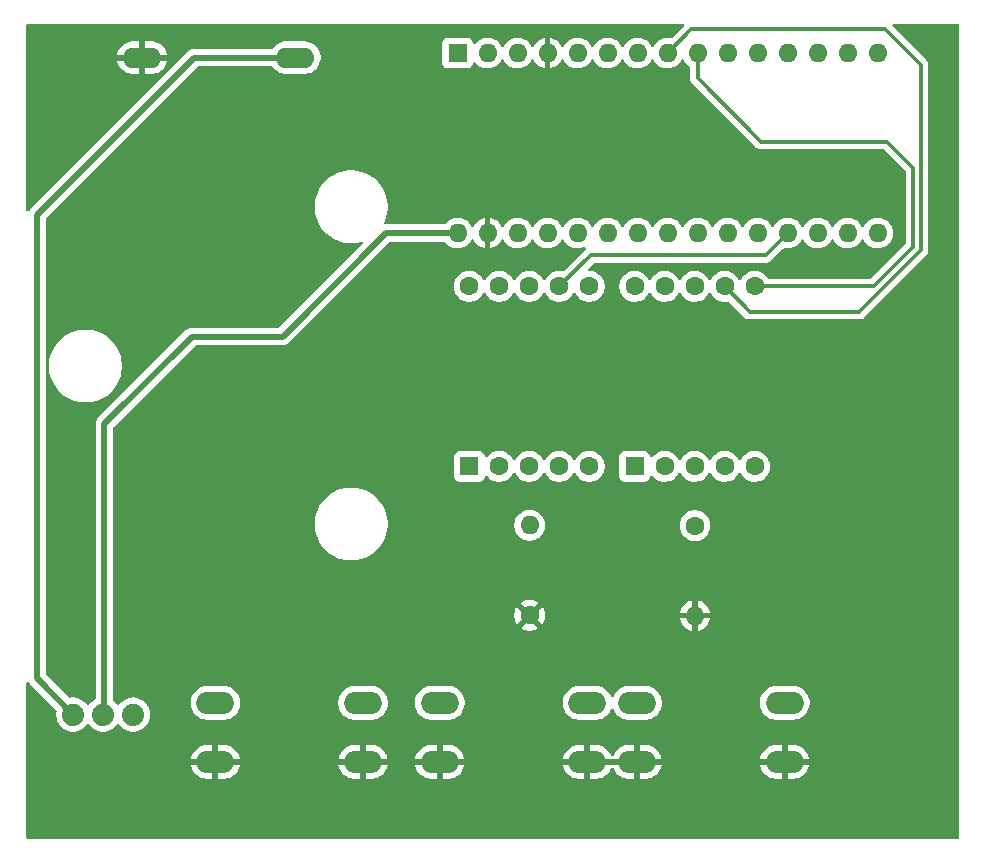
<source format=gbr>
%TF.GenerationSoftware,KiCad,Pcbnew,9.0.4*%
%TF.CreationDate,2025-11-18T21:20:37+01:00*%
%TF.ProjectId,Z_hler,5ae4686c-6572-42e6-9b69-6361645f7063,rev?*%
%TF.SameCoordinates,Original*%
%TF.FileFunction,Copper,L2,Bot*%
%TF.FilePolarity,Positive*%
%FSLAX46Y46*%
G04 Gerber Fmt 4.6, Leading zero omitted, Abs format (unit mm)*
G04 Created by KiCad (PCBNEW 9.0.4) date 2025-11-18 21:20:37*
%MOMM*%
%LPD*%
G01*
G04 APERTURE LIST*
%TA.AperFunction,ComponentPad*%
%ADD10C,1.600000*%
%TD*%
%TA.AperFunction,ComponentPad*%
%ADD11O,1.600000X1.600000*%
%TD*%
%TA.AperFunction,ComponentPad*%
%ADD12C,1.879600*%
%TD*%
%TA.AperFunction,ComponentPad*%
%ADD13O,3.200000X1.900000*%
%TD*%
%TA.AperFunction,ComponentPad*%
%ADD14C,3.600000*%
%TD*%
%TA.AperFunction,ConnectorPad*%
%ADD15C,5.600000*%
%TD*%
%TA.AperFunction,ComponentPad*%
%ADD16R,1.600000X1.600000*%
%TD*%
%TA.AperFunction,ComponentPad*%
%ADD17O,3.300000X1.750000*%
%TD*%
%TA.AperFunction,Conductor*%
%ADD18C,0.300000*%
%TD*%
%TA.AperFunction,Conductor*%
%ADD19C,0.500000*%
%TD*%
G04 APERTURE END LIST*
D10*
%TO.P,R2,1*%
%TO.N,Net-(R2-Pad1)*%
X107100000Y-93000000D03*
D11*
%TO.P,R2,2*%
%TO.N,GND*%
X107100000Y-100620000D03*
%TD*%
D10*
%TO.P,R1,1*%
%TO.N,GND*%
X93100000Y-100600000D03*
D11*
%TO.P,R1,2*%
%TO.N,Net-(R1-Pad2)*%
X93100000Y-92980000D03*
%TD*%
D12*
%TO.P,SW4,1,A*%
%TO.N,unconnected-(SW4-A-Pad1)*%
X59540000Y-109000000D03*
%TO.P,SW4,2,B*%
%TO.N,+9VMicro*%
X57000000Y-109000000D03*
%TO.P,SW4,3,C*%
%TO.N,+9V*%
X54460000Y-109000000D03*
%TD*%
D13*
%TO.P,SW3,1,1*%
%TO.N,GND*%
X79000000Y-113000000D03*
X66500000Y-113000000D03*
%TO.P,SW3,2,2*%
%TO.N,/D4*%
X79000000Y-108000000D03*
X66500000Y-108000000D03*
%TD*%
%TO.P,SW1,1,1*%
%TO.N,GND*%
X114700000Y-113000000D03*
X102200000Y-113000000D03*
%TO.P,SW1,2,2*%
%TO.N,/D2*%
X114700000Y-108000000D03*
X102200000Y-108000000D03*
%TD*%
D14*
%TO.P,H3,1,1*%
%TO.N,GND*%
X55000000Y-115000000D03*
D15*
X55000000Y-115000000D03*
%TD*%
D14*
%TO.P,H4,1,1*%
%TO.N,GND*%
X125000000Y-115000000D03*
D15*
X125000000Y-115000000D03*
%TD*%
D14*
%TO.P,H2,1,1*%
%TO.N,GND*%
X125000000Y-81000000D03*
D15*
X125000000Y-81000000D03*
%TD*%
D16*
%TO.P,U10,1,E*%
%TO.N,Net-(A1-SDA{slash}A4)*%
X88000000Y-88000000D03*
D10*
%TO.P,U10,2,D*%
%TO.N,Net-(A1-A3)*%
X90540000Y-88000000D03*
%TO.P,U10,3,CC*%
%TO.N,Net-(R1-Pad2)*%
X93080000Y-88000000D03*
%TO.P,U10,4,C*%
%TO.N,Net-(A1-A2)*%
X95620000Y-88000000D03*
%TO.P,U10,5,DP*%
%TO.N,unconnected-(U10-DP-Pad5)*%
X98160000Y-88000000D03*
%TO.P,U10,6,B*%
%TO.N,Net-(A1-A1)*%
X98160000Y-72760000D03*
%TO.P,U10,7,A*%
%TO.N,Net-(A1-A0)*%
X95620000Y-72760000D03*
%TO.P,U10,8,CC*%
%TO.N,unconnected-(U10-CC-Pad8)*%
X93080000Y-72760000D03*
%TO.P,U10,9,F*%
%TO.N,Net-(A1-SCL{slash}A5)*%
X90540000Y-72760000D03*
%TO.P,U10,10,G*%
%TO.N,Net-(A1-A6)*%
X88000000Y-72760000D03*
%TD*%
D16*
%TO.P,U1,1,E*%
%TO.N,/D9*%
X102000000Y-88000000D03*
D10*
%TO.P,U1,2,D*%
%TO.N,/D8*%
X104540000Y-88000000D03*
%TO.P,U1,3,CC*%
%TO.N,Net-(R2-Pad1)*%
X107080000Y-88000000D03*
%TO.P,U1,4,C*%
%TO.N,/D7*%
X109620000Y-88000000D03*
%TO.P,U1,5,DP*%
%TO.N,unconnected-(U1-DP-Pad5)*%
X112160000Y-88000000D03*
%TO.P,U1,6,B*%
%TO.N,/D6*%
X112160000Y-72760000D03*
%TO.P,U1,7,A*%
%TO.N,/D5*%
X109620000Y-72760000D03*
%TO.P,U1,8,CC*%
%TO.N,unconnected-(U1-CC-Pad8)*%
X107080000Y-72760000D03*
%TO.P,U1,9,F*%
%TO.N,/D10*%
X104540000Y-72760000D03*
%TO.P,U1,10,G*%
%TO.N,/D11*%
X102000000Y-72760000D03*
%TD*%
D13*
%TO.P,SW2,1,1*%
%TO.N,GND*%
X98000000Y-113000000D03*
X85500000Y-113000000D03*
%TO.P,SW2,2,2*%
%TO.N,/D3*%
X98000000Y-108000000D03*
X85500000Y-108000000D03*
%TD*%
D16*
%TO.P,A1,1,TX1*%
%TO.N,unconnected-(A1-TX1-Pad1)*%
X87000000Y-53000000D03*
D11*
%TO.P,A1,2,RX1*%
%TO.N,unconnected-(A1-RX1-Pad2)*%
X89540000Y-53000000D03*
%TO.P,A1,3,~{RESET}*%
%TO.N,unconnected-(A1-~{RESET}-Pad3)*%
X92080000Y-53000000D03*
%TO.P,A1,4,GND*%
%TO.N,GND*%
X94620000Y-53000000D03*
%TO.P,A1,5,D2*%
%TO.N,/D2*%
X97160000Y-53000000D03*
%TO.P,A1,6,D3*%
%TO.N,/D3*%
X99700000Y-53000000D03*
%TO.P,A1,7,D4*%
%TO.N,/D4*%
X102240000Y-53000000D03*
%TO.P,A1,8,D5*%
%TO.N,/D5*%
X104780000Y-53000000D03*
%TO.P,A1,9,D6*%
%TO.N,/D6*%
X107320000Y-53000000D03*
%TO.P,A1,10,D7*%
%TO.N,/D7*%
X109860000Y-53000000D03*
%TO.P,A1,11,D8*%
%TO.N,/D8*%
X112400000Y-53000000D03*
%TO.P,A1,12,D9*%
%TO.N,/D9*%
X114940000Y-53000000D03*
%TO.P,A1,13,D10*%
%TO.N,/D10*%
X117480000Y-53000000D03*
%TO.P,A1,14,MOSI*%
%TO.N,/D11*%
X120020000Y-53000000D03*
%TO.P,A1,15,MISO*%
%TO.N,unconnected-(A1-MISO-Pad15)*%
X122560000Y-53000000D03*
%TO.P,A1,16,SCK*%
%TO.N,unconnected-(A1-SCK-Pad16)*%
X122560000Y-68240000D03*
%TO.P,A1,17,3V3*%
%TO.N,unconnected-(A1-3V3-Pad17)*%
X120020000Y-68240000D03*
%TO.P,A1,18,AREF*%
%TO.N,unconnected-(A1-AREF-Pad18)*%
X117480000Y-68240000D03*
%TO.P,A1,19,A0*%
%TO.N,Net-(A1-A0)*%
X114940000Y-68240000D03*
%TO.P,A1,20,A1*%
%TO.N,Net-(A1-A1)*%
X112400000Y-68240000D03*
%TO.P,A1,21,A2*%
%TO.N,Net-(A1-A2)*%
X109860000Y-68240000D03*
%TO.P,A1,22,A3*%
%TO.N,Net-(A1-A3)*%
X107320000Y-68240000D03*
%TO.P,A1,23,SDA/A4*%
%TO.N,Net-(A1-SDA{slash}A4)*%
X104780000Y-68240000D03*
%TO.P,A1,24,SCL/A5*%
%TO.N,Net-(A1-SCL{slash}A5)*%
X102240000Y-68240000D03*
%TO.P,A1,25,A6*%
%TO.N,Net-(A1-A6)*%
X99700000Y-68240000D03*
%TO.P,A1,26,A7*%
%TO.N,unconnected-(A1-A7-Pad26)*%
X97160000Y-68240000D03*
%TO.P,A1,27,+5V*%
%TO.N,unconnected-(A1-+5V-Pad27)*%
X94620000Y-68240000D03*
%TO.P,A1,28,~{RESET}*%
%TO.N,unconnected-(A1-~{RESET}-Pad28)*%
X92080000Y-68240000D03*
%TO.P,A1,29,GND*%
%TO.N,GND*%
X89540000Y-68240000D03*
%TO.P,A1,30,VIN*%
%TO.N,+9VMicro*%
X87000000Y-68240000D03*
%TD*%
D17*
%TO.P,BAT1,NEG*%
%TO.N,GND*%
X60310000Y-53380000D03*
%TO.P,BAT1,POS*%
%TO.N,+9V*%
X73260000Y-53380000D03*
%TD*%
D18*
%TO.N,/D5*%
X126200000Y-54000000D02*
X123200000Y-51000000D01*
X123200000Y-51000000D02*
X106780000Y-51000000D01*
X106780000Y-51000000D02*
X104780000Y-53000000D01*
X109620000Y-72760000D02*
X111760000Y-74900000D01*
X126200000Y-69700000D02*
X126200000Y-54000000D01*
X121000000Y-74900000D02*
X126200000Y-69700000D01*
X111760000Y-74900000D02*
X121000000Y-74900000D01*
D19*
%TO.N,+9V*%
X54460000Y-109000000D02*
X51400000Y-105940000D01*
X64720000Y-53380000D02*
X73260000Y-53380000D01*
X51400000Y-105940000D02*
X51400000Y-66700000D01*
X51400000Y-66700000D02*
X64720000Y-53380000D01*
D18*
%TO.N,/D6*%
X112700000Y-60500000D02*
X107320000Y-55120000D01*
X112160000Y-72760000D02*
X122240000Y-72760000D01*
X125600000Y-62700000D02*
X123400000Y-60500000D01*
X122240000Y-72760000D02*
X125600000Y-69400000D01*
X123400000Y-60500000D02*
X112700000Y-60500000D01*
X107320000Y-55120000D02*
X107320000Y-53000000D01*
X125600000Y-69400000D02*
X125600000Y-62700000D01*
%TO.N,Net-(A1-A0)*%
X95620000Y-72760000D02*
X98280000Y-70100000D01*
X98280000Y-70100000D02*
X113080000Y-70100000D01*
X113080000Y-70100000D02*
X114940000Y-68240000D01*
D19*
%TO.N,+9VMicro*%
X64500000Y-77000000D02*
X72200000Y-77000000D01*
X72200000Y-77000000D02*
X80960000Y-68240000D01*
X57000000Y-109000000D02*
X57100000Y-109000000D01*
X80960000Y-68240000D02*
X87000000Y-68240000D01*
X57100000Y-84400000D02*
X64500000Y-77000000D01*
X57100000Y-109000000D02*
X57100000Y-84400000D01*
%TD*%
%TA.AperFunction,Conductor*%
%TO.N,GND*%
G36*
X101574979Y-112810402D02*
G01*
X101550000Y-112935981D01*
X101550000Y-113064019D01*
X101574979Y-113189598D01*
X101599999Y-113250000D01*
X98600001Y-113250000D01*
X98625021Y-113189598D01*
X98650000Y-113064019D01*
X98650000Y-112935981D01*
X98625021Y-112810402D01*
X98600001Y-112750000D01*
X101599999Y-112750000D01*
X101574979Y-112810402D01*
G37*
%TD.AperFunction*%
%TA.AperFunction,Conductor*%
G36*
X106127232Y-50520185D02*
G01*
X106172987Y-50572989D01*
X106182931Y-50642147D01*
X106153906Y-50705703D01*
X106147874Y-50712181D01*
X105167190Y-51692862D01*
X105105867Y-51726347D01*
X105060111Y-51727654D01*
X104904784Y-51703053D01*
X104882352Y-51699500D01*
X104677648Y-51699500D01*
X104655216Y-51703053D01*
X104475465Y-51731522D01*
X104280776Y-51794781D01*
X104098386Y-51887715D01*
X103932786Y-52008028D01*
X103788028Y-52152786D01*
X103667715Y-52318386D01*
X103620485Y-52411080D01*
X103572510Y-52461876D01*
X103504689Y-52478671D01*
X103438554Y-52456134D01*
X103399515Y-52411080D01*
X103398883Y-52409840D01*
X103352287Y-52318390D01*
X103301963Y-52249124D01*
X103231971Y-52152786D01*
X103087213Y-52008028D01*
X102921613Y-51887715D01*
X102921612Y-51887714D01*
X102921610Y-51887713D01*
X102858787Y-51855703D01*
X102739223Y-51794781D01*
X102544534Y-51731522D01*
X102364784Y-51703053D01*
X102342352Y-51699500D01*
X102137648Y-51699500D01*
X102115216Y-51703053D01*
X101935465Y-51731522D01*
X101740776Y-51794781D01*
X101558386Y-51887715D01*
X101392786Y-52008028D01*
X101248028Y-52152786D01*
X101127715Y-52318386D01*
X101080485Y-52411080D01*
X101032510Y-52461876D01*
X100964689Y-52478671D01*
X100898554Y-52456134D01*
X100859515Y-52411080D01*
X100858883Y-52409840D01*
X100812287Y-52318390D01*
X100761963Y-52249124D01*
X100691971Y-52152786D01*
X100547213Y-52008028D01*
X100381613Y-51887715D01*
X100381612Y-51887714D01*
X100381610Y-51887713D01*
X100318787Y-51855703D01*
X100199223Y-51794781D01*
X100004534Y-51731522D01*
X99824784Y-51703053D01*
X99802352Y-51699500D01*
X99597648Y-51699500D01*
X99575216Y-51703053D01*
X99395465Y-51731522D01*
X99200776Y-51794781D01*
X99018386Y-51887715D01*
X98852786Y-52008028D01*
X98708028Y-52152786D01*
X98587715Y-52318386D01*
X98540485Y-52411080D01*
X98492510Y-52461876D01*
X98424689Y-52478671D01*
X98358554Y-52456134D01*
X98319515Y-52411080D01*
X98318883Y-52409840D01*
X98272287Y-52318390D01*
X98221963Y-52249124D01*
X98151971Y-52152786D01*
X98007213Y-52008028D01*
X97841613Y-51887715D01*
X97841612Y-51887714D01*
X97841610Y-51887713D01*
X97778787Y-51855703D01*
X97659223Y-51794781D01*
X97464534Y-51731522D01*
X97284784Y-51703053D01*
X97262352Y-51699500D01*
X97057648Y-51699500D01*
X97035216Y-51703053D01*
X96855465Y-51731522D01*
X96660776Y-51794781D01*
X96478386Y-51887715D01*
X96312786Y-52008028D01*
X96168028Y-52152786D01*
X96047713Y-52318388D01*
X96000203Y-52411630D01*
X95952228Y-52462426D01*
X95884407Y-52479220D01*
X95818272Y-52456682D01*
X95779234Y-52411628D01*
X95731861Y-52318652D01*
X95611582Y-52153105D01*
X95611582Y-52153104D01*
X95466895Y-52008417D01*
X95301349Y-51888140D01*
X95119029Y-51795244D01*
X94924413Y-51732009D01*
X94870000Y-51723390D01*
X94870000Y-52566988D01*
X94812993Y-52534075D01*
X94685826Y-52500000D01*
X94554174Y-52500000D01*
X94427007Y-52534075D01*
X94370000Y-52566988D01*
X94370000Y-51723390D01*
X94315586Y-51732009D01*
X94120970Y-51795244D01*
X93938650Y-51888140D01*
X93773105Y-52008417D01*
X93773104Y-52008417D01*
X93628417Y-52153104D01*
X93628417Y-52153105D01*
X93508140Y-52318650D01*
X93460765Y-52411629D01*
X93412790Y-52462425D01*
X93344969Y-52479220D01*
X93278834Y-52456682D01*
X93239795Y-52411629D01*
X93228990Y-52390424D01*
X93192287Y-52318390D01*
X93141963Y-52249124D01*
X93071971Y-52152786D01*
X92927213Y-52008028D01*
X92761613Y-51887715D01*
X92761612Y-51887714D01*
X92761610Y-51887713D01*
X92698787Y-51855703D01*
X92579223Y-51794781D01*
X92384534Y-51731522D01*
X92204784Y-51703053D01*
X92182352Y-51699500D01*
X91977648Y-51699500D01*
X91955216Y-51703053D01*
X91775465Y-51731522D01*
X91580776Y-51794781D01*
X91398386Y-51887715D01*
X91232786Y-52008028D01*
X91088028Y-52152786D01*
X90967715Y-52318386D01*
X90920485Y-52411080D01*
X90872510Y-52461876D01*
X90804689Y-52478671D01*
X90738554Y-52456134D01*
X90699515Y-52411080D01*
X90698883Y-52409840D01*
X90652287Y-52318390D01*
X90601963Y-52249124D01*
X90531971Y-52152786D01*
X90387213Y-52008028D01*
X90221613Y-51887715D01*
X90221612Y-51887714D01*
X90221610Y-51887713D01*
X90158787Y-51855703D01*
X90039223Y-51794781D01*
X89844534Y-51731522D01*
X89664784Y-51703053D01*
X89642352Y-51699500D01*
X89437648Y-51699500D01*
X89415216Y-51703053D01*
X89235465Y-51731522D01*
X89040776Y-51794781D01*
X88858386Y-51887715D01*
X88692786Y-52008028D01*
X88548032Y-52152782D01*
X88521668Y-52189070D01*
X88466338Y-52231735D01*
X88396724Y-52237714D01*
X88334929Y-52205108D01*
X88300572Y-52144269D01*
X88298060Y-52129438D01*
X88297640Y-52125533D01*
X88294091Y-52092517D01*
X88243796Y-51957669D01*
X88243795Y-51957668D01*
X88243793Y-51957664D01*
X88157547Y-51842455D01*
X88157544Y-51842452D01*
X88042335Y-51756206D01*
X88042328Y-51756202D01*
X87907482Y-51705908D01*
X87907483Y-51705908D01*
X87847883Y-51699501D01*
X87847881Y-51699500D01*
X87847873Y-51699500D01*
X87847864Y-51699500D01*
X86152129Y-51699500D01*
X86152123Y-51699501D01*
X86092516Y-51705908D01*
X85957671Y-51756202D01*
X85957664Y-51756206D01*
X85842455Y-51842452D01*
X85842452Y-51842455D01*
X85756206Y-51957664D01*
X85756202Y-51957671D01*
X85705908Y-52092517D01*
X85699501Y-52152116D01*
X85699500Y-52152135D01*
X85699500Y-53847870D01*
X85699501Y-53847876D01*
X85705908Y-53907483D01*
X85756202Y-54042328D01*
X85756206Y-54042335D01*
X85842452Y-54157544D01*
X85842455Y-54157547D01*
X85957664Y-54243793D01*
X85957671Y-54243797D01*
X86092517Y-54294091D01*
X86092516Y-54294091D01*
X86095856Y-54294450D01*
X86152127Y-54300500D01*
X87847872Y-54300499D01*
X87907483Y-54294091D01*
X88042331Y-54243796D01*
X88157546Y-54157546D01*
X88243796Y-54042331D01*
X88294091Y-53907483D01*
X88298061Y-53870556D01*
X88324796Y-53806011D01*
X88382188Y-53766161D01*
X88452013Y-53763666D01*
X88512102Y-53799317D01*
X88521667Y-53810929D01*
X88548032Y-53847217D01*
X88692786Y-53991971D01*
X88842743Y-54100919D01*
X88858390Y-54112287D01*
X88938453Y-54153081D01*
X89040776Y-54205218D01*
X89040778Y-54205218D01*
X89040781Y-54205220D01*
X89126670Y-54233127D01*
X89235465Y-54268477D01*
X89336557Y-54284488D01*
X89437648Y-54300500D01*
X89437649Y-54300500D01*
X89642351Y-54300500D01*
X89642352Y-54300500D01*
X89844534Y-54268477D01*
X90039219Y-54205220D01*
X90221610Y-54112287D01*
X90317901Y-54042328D01*
X90387213Y-53991971D01*
X90387215Y-53991968D01*
X90387219Y-53991966D01*
X90531966Y-53847219D01*
X90531968Y-53847215D01*
X90531971Y-53847213D01*
X90652284Y-53681614D01*
X90652286Y-53681611D01*
X90652287Y-53681610D01*
X90699516Y-53588917D01*
X90747489Y-53538123D01*
X90815310Y-53521328D01*
X90881445Y-53543865D01*
X90920483Y-53588917D01*
X90964348Y-53675006D01*
X90967715Y-53681614D01*
X91088028Y-53847213D01*
X91232786Y-53991971D01*
X91382743Y-54100919D01*
X91398390Y-54112287D01*
X91478453Y-54153081D01*
X91580776Y-54205218D01*
X91580778Y-54205218D01*
X91580781Y-54205220D01*
X91666670Y-54233127D01*
X91775465Y-54268477D01*
X91876557Y-54284488D01*
X91977648Y-54300500D01*
X91977649Y-54300500D01*
X92182351Y-54300500D01*
X92182352Y-54300500D01*
X92384534Y-54268477D01*
X92579219Y-54205220D01*
X92761610Y-54112287D01*
X92857901Y-54042328D01*
X92927213Y-53991971D01*
X92927215Y-53991968D01*
X92927219Y-53991966D01*
X93071966Y-53847219D01*
X93071968Y-53847215D01*
X93071971Y-53847213D01*
X93192284Y-53681614D01*
X93192286Y-53681611D01*
X93192287Y-53681610D01*
X93239795Y-53588369D01*
X93287770Y-53537574D01*
X93355591Y-53520779D01*
X93421725Y-53543316D01*
X93460765Y-53588370D01*
X93508140Y-53681349D01*
X93628417Y-53846894D01*
X93628417Y-53846895D01*
X93773104Y-53991582D01*
X93938650Y-54111859D01*
X94120968Y-54204754D01*
X94315578Y-54267988D01*
X94370000Y-54276607D01*
X94370000Y-53433012D01*
X94427007Y-53465925D01*
X94554174Y-53500000D01*
X94685826Y-53500000D01*
X94812993Y-53465925D01*
X94870000Y-53433012D01*
X94870000Y-54276606D01*
X94924421Y-54267988D01*
X95119031Y-54204754D01*
X95301349Y-54111859D01*
X95466894Y-53991582D01*
X95466895Y-53991582D01*
X95611582Y-53846895D01*
X95611582Y-53846894D01*
X95731861Y-53681347D01*
X95779234Y-53588371D01*
X95827208Y-53537575D01*
X95895028Y-53520779D01*
X95961164Y-53543316D01*
X96000203Y-53588369D01*
X96047713Y-53681611D01*
X96168028Y-53847213D01*
X96312786Y-53991971D01*
X96462743Y-54100919D01*
X96478390Y-54112287D01*
X96558453Y-54153081D01*
X96660776Y-54205218D01*
X96660778Y-54205218D01*
X96660781Y-54205220D01*
X96746670Y-54233127D01*
X96855465Y-54268477D01*
X96956557Y-54284488D01*
X97057648Y-54300500D01*
X97057649Y-54300500D01*
X97262351Y-54300500D01*
X97262352Y-54300500D01*
X97464534Y-54268477D01*
X97659219Y-54205220D01*
X97841610Y-54112287D01*
X97937901Y-54042328D01*
X98007213Y-53991971D01*
X98007215Y-53991968D01*
X98007219Y-53991966D01*
X98151966Y-53847219D01*
X98151968Y-53847215D01*
X98151971Y-53847213D01*
X98272284Y-53681614D01*
X98272286Y-53681611D01*
X98272287Y-53681610D01*
X98319516Y-53588917D01*
X98367489Y-53538123D01*
X98435310Y-53521328D01*
X98501445Y-53543865D01*
X98540483Y-53588917D01*
X98584348Y-53675006D01*
X98587715Y-53681614D01*
X98708028Y-53847213D01*
X98852786Y-53991971D01*
X99002743Y-54100919D01*
X99018390Y-54112287D01*
X99098453Y-54153081D01*
X99200776Y-54205218D01*
X99200778Y-54205218D01*
X99200781Y-54205220D01*
X99286670Y-54233127D01*
X99395465Y-54268477D01*
X99496557Y-54284488D01*
X99597648Y-54300500D01*
X99597649Y-54300500D01*
X99802351Y-54300500D01*
X99802352Y-54300500D01*
X100004534Y-54268477D01*
X100199219Y-54205220D01*
X100381610Y-54112287D01*
X100477901Y-54042328D01*
X100547213Y-53991971D01*
X100547215Y-53991968D01*
X100547219Y-53991966D01*
X100691966Y-53847219D01*
X100691968Y-53847215D01*
X100691971Y-53847213D01*
X100812284Y-53681614D01*
X100812286Y-53681611D01*
X100812287Y-53681610D01*
X100859516Y-53588917D01*
X100907489Y-53538123D01*
X100975310Y-53521328D01*
X101041445Y-53543865D01*
X101080483Y-53588917D01*
X101124348Y-53675006D01*
X101127715Y-53681614D01*
X101248028Y-53847213D01*
X101392786Y-53991971D01*
X101542743Y-54100919D01*
X101558390Y-54112287D01*
X101638453Y-54153081D01*
X101740776Y-54205218D01*
X101740778Y-54205218D01*
X101740781Y-54205220D01*
X101826670Y-54233127D01*
X101935465Y-54268477D01*
X102036557Y-54284488D01*
X102137648Y-54300500D01*
X102137649Y-54300500D01*
X102342351Y-54300500D01*
X102342352Y-54300500D01*
X102544534Y-54268477D01*
X102739219Y-54205220D01*
X102921610Y-54112287D01*
X103017901Y-54042328D01*
X103087213Y-53991971D01*
X103087215Y-53991968D01*
X103087219Y-53991966D01*
X103231966Y-53847219D01*
X103231968Y-53847215D01*
X103231971Y-53847213D01*
X103352284Y-53681614D01*
X103352286Y-53681611D01*
X103352287Y-53681610D01*
X103399516Y-53588917D01*
X103447489Y-53538123D01*
X103515310Y-53521328D01*
X103581445Y-53543865D01*
X103620483Y-53588917D01*
X103664348Y-53675006D01*
X103667715Y-53681614D01*
X103788028Y-53847213D01*
X103932786Y-53991971D01*
X104082743Y-54100919D01*
X104098390Y-54112287D01*
X104178453Y-54153081D01*
X104280776Y-54205218D01*
X104280778Y-54205218D01*
X104280781Y-54205220D01*
X104366670Y-54233127D01*
X104475465Y-54268477D01*
X104576557Y-54284488D01*
X104677648Y-54300500D01*
X104677649Y-54300500D01*
X104882351Y-54300500D01*
X104882352Y-54300500D01*
X105084534Y-54268477D01*
X105279219Y-54205220D01*
X105461610Y-54112287D01*
X105557901Y-54042328D01*
X105627213Y-53991971D01*
X105627215Y-53991968D01*
X105627219Y-53991966D01*
X105771966Y-53847219D01*
X105771968Y-53847215D01*
X105771971Y-53847213D01*
X105892284Y-53681614D01*
X105892286Y-53681611D01*
X105892287Y-53681610D01*
X105939516Y-53588917D01*
X105987489Y-53538123D01*
X106055310Y-53521328D01*
X106121445Y-53543865D01*
X106160483Y-53588917D01*
X106204348Y-53675006D01*
X106207715Y-53681614D01*
X106328028Y-53847213D01*
X106472784Y-53991969D01*
X106541863Y-54042157D01*
X106618385Y-54097753D01*
X106661051Y-54153081D01*
X106669500Y-54198070D01*
X106669500Y-55184069D01*
X106669500Y-55184071D01*
X106669499Y-55184071D01*
X106694497Y-55309738D01*
X106694499Y-55309744D01*
X106743534Y-55428125D01*
X106814726Y-55534673D01*
X112285326Y-61005273D01*
X112285329Y-61005275D01*
X112285331Y-61005277D01*
X112391873Y-61076465D01*
X112510256Y-61125501D01*
X112510260Y-61125501D01*
X112510261Y-61125502D01*
X112635928Y-61150500D01*
X112635931Y-61150500D01*
X123079192Y-61150500D01*
X123146231Y-61170185D01*
X123166873Y-61186819D01*
X124913181Y-62933127D01*
X124946666Y-62994450D01*
X124949500Y-63020808D01*
X124949500Y-69079192D01*
X124929815Y-69146231D01*
X124913181Y-69166873D01*
X122006873Y-72073181D01*
X121945550Y-72106666D01*
X121919192Y-72109500D01*
X113358071Y-72109500D01*
X113291032Y-72089815D01*
X113257754Y-72058386D01*
X113151966Y-71912781D01*
X113007219Y-71768034D01*
X113007213Y-71768028D01*
X112841613Y-71647715D01*
X112841612Y-71647714D01*
X112841610Y-71647713D01*
X112784653Y-71618691D01*
X112659223Y-71554781D01*
X112464534Y-71491522D01*
X112289995Y-71463878D01*
X112262352Y-71459500D01*
X112057648Y-71459500D01*
X112033329Y-71463351D01*
X111855465Y-71491522D01*
X111660776Y-71554781D01*
X111478386Y-71647715D01*
X111312786Y-71768028D01*
X111168028Y-71912786D01*
X111047715Y-72078386D01*
X111000485Y-72171080D01*
X110952510Y-72221876D01*
X110884689Y-72238671D01*
X110818554Y-72216134D01*
X110779515Y-72171080D01*
X110746694Y-72106666D01*
X110732287Y-72078390D01*
X110717753Y-72058385D01*
X110611971Y-71912786D01*
X110467213Y-71768028D01*
X110301613Y-71647715D01*
X110301612Y-71647714D01*
X110301610Y-71647713D01*
X110244653Y-71618691D01*
X110119223Y-71554781D01*
X109924534Y-71491522D01*
X109749995Y-71463878D01*
X109722352Y-71459500D01*
X109517648Y-71459500D01*
X109493329Y-71463351D01*
X109315465Y-71491522D01*
X109120776Y-71554781D01*
X108938386Y-71647715D01*
X108772786Y-71768028D01*
X108628028Y-71912786D01*
X108507715Y-72078386D01*
X108460485Y-72171080D01*
X108412510Y-72221876D01*
X108344689Y-72238671D01*
X108278554Y-72216134D01*
X108239515Y-72171080D01*
X108206694Y-72106666D01*
X108192287Y-72078390D01*
X108177753Y-72058385D01*
X108071971Y-71912786D01*
X107927213Y-71768028D01*
X107761613Y-71647715D01*
X107761612Y-71647714D01*
X107761610Y-71647713D01*
X107704653Y-71618691D01*
X107579223Y-71554781D01*
X107384534Y-71491522D01*
X107209995Y-71463878D01*
X107182352Y-71459500D01*
X106977648Y-71459500D01*
X106953329Y-71463351D01*
X106775465Y-71491522D01*
X106580776Y-71554781D01*
X106398386Y-71647715D01*
X106232786Y-71768028D01*
X106088028Y-71912786D01*
X105967715Y-72078386D01*
X105920485Y-72171080D01*
X105872510Y-72221876D01*
X105804689Y-72238671D01*
X105738554Y-72216134D01*
X105699515Y-72171080D01*
X105666694Y-72106666D01*
X105652287Y-72078390D01*
X105637753Y-72058385D01*
X105531971Y-71912786D01*
X105387213Y-71768028D01*
X105221613Y-71647715D01*
X105221612Y-71647714D01*
X105221610Y-71647713D01*
X105164653Y-71618691D01*
X105039223Y-71554781D01*
X104844534Y-71491522D01*
X104669995Y-71463878D01*
X104642352Y-71459500D01*
X104437648Y-71459500D01*
X104413329Y-71463351D01*
X104235465Y-71491522D01*
X104040776Y-71554781D01*
X103858386Y-71647715D01*
X103692786Y-71768028D01*
X103548028Y-71912786D01*
X103427715Y-72078386D01*
X103380485Y-72171080D01*
X103332510Y-72221876D01*
X103264689Y-72238671D01*
X103198554Y-72216134D01*
X103159515Y-72171080D01*
X103126694Y-72106666D01*
X103112287Y-72078390D01*
X103097753Y-72058385D01*
X102991971Y-71912786D01*
X102847213Y-71768028D01*
X102681613Y-71647715D01*
X102681612Y-71647714D01*
X102681610Y-71647713D01*
X102624653Y-71618691D01*
X102499223Y-71554781D01*
X102304534Y-71491522D01*
X102129995Y-71463878D01*
X102102352Y-71459500D01*
X101897648Y-71459500D01*
X101873329Y-71463351D01*
X101695465Y-71491522D01*
X101500776Y-71554781D01*
X101318386Y-71647715D01*
X101152786Y-71768028D01*
X101008028Y-71912786D01*
X100887715Y-72078386D01*
X100794781Y-72260776D01*
X100731522Y-72455465D01*
X100699500Y-72657648D01*
X100699500Y-72862351D01*
X100731522Y-73064534D01*
X100794781Y-73259223D01*
X100887715Y-73441613D01*
X101008028Y-73607213D01*
X101152786Y-73751971D01*
X101307749Y-73864556D01*
X101318390Y-73872287D01*
X101434607Y-73931503D01*
X101500776Y-73965218D01*
X101500778Y-73965218D01*
X101500781Y-73965220D01*
X101605137Y-73999127D01*
X101695465Y-74028477D01*
X101795348Y-74044297D01*
X101897648Y-74060500D01*
X101897649Y-74060500D01*
X102102351Y-74060500D01*
X102102352Y-74060500D01*
X102304534Y-74028477D01*
X102499219Y-73965220D01*
X102681610Y-73872287D01*
X102774590Y-73804732D01*
X102847213Y-73751971D01*
X102847215Y-73751968D01*
X102847219Y-73751966D01*
X102991966Y-73607219D01*
X102991968Y-73607215D01*
X102991971Y-73607213D01*
X103112284Y-73441614D01*
X103112285Y-73441613D01*
X103112287Y-73441610D01*
X103159516Y-73348917D01*
X103207489Y-73298123D01*
X103275310Y-73281328D01*
X103341445Y-73303865D01*
X103380485Y-73348919D01*
X103427715Y-73441614D01*
X103548028Y-73607213D01*
X103692786Y-73751971D01*
X103847749Y-73864556D01*
X103858390Y-73872287D01*
X103974607Y-73931503D01*
X104040776Y-73965218D01*
X104040778Y-73965218D01*
X104040781Y-73965220D01*
X104145137Y-73999127D01*
X104235465Y-74028477D01*
X104335348Y-74044297D01*
X104437648Y-74060500D01*
X104437649Y-74060500D01*
X104642351Y-74060500D01*
X104642352Y-74060500D01*
X104844534Y-74028477D01*
X105039219Y-73965220D01*
X105221610Y-73872287D01*
X105314590Y-73804732D01*
X105387213Y-73751971D01*
X105387215Y-73751968D01*
X105387219Y-73751966D01*
X105531966Y-73607219D01*
X105531968Y-73607215D01*
X105531971Y-73607213D01*
X105652284Y-73441614D01*
X105652285Y-73441613D01*
X105652287Y-73441610D01*
X105699516Y-73348917D01*
X105747489Y-73298123D01*
X105815310Y-73281328D01*
X105881445Y-73303865D01*
X105920485Y-73348919D01*
X105967715Y-73441614D01*
X106088028Y-73607213D01*
X106232786Y-73751971D01*
X106387749Y-73864556D01*
X106398390Y-73872287D01*
X106514607Y-73931503D01*
X106580776Y-73965218D01*
X106580778Y-73965218D01*
X106580781Y-73965220D01*
X106685137Y-73999127D01*
X106775465Y-74028477D01*
X106875348Y-74044297D01*
X106977648Y-74060500D01*
X106977649Y-74060500D01*
X107182351Y-74060500D01*
X107182352Y-74060500D01*
X107384534Y-74028477D01*
X107579219Y-73965220D01*
X107761610Y-73872287D01*
X107854590Y-73804732D01*
X107927213Y-73751971D01*
X107927215Y-73751968D01*
X107927219Y-73751966D01*
X108071966Y-73607219D01*
X108071968Y-73607215D01*
X108071971Y-73607213D01*
X108192284Y-73441614D01*
X108192285Y-73441613D01*
X108192287Y-73441610D01*
X108239516Y-73348917D01*
X108287489Y-73298123D01*
X108355310Y-73281328D01*
X108421445Y-73303865D01*
X108460485Y-73348919D01*
X108507715Y-73441614D01*
X108628028Y-73607213D01*
X108772786Y-73751971D01*
X108927749Y-73864556D01*
X108938390Y-73872287D01*
X109054607Y-73931503D01*
X109120776Y-73965218D01*
X109120778Y-73965218D01*
X109120781Y-73965220D01*
X109225137Y-73999127D01*
X109315465Y-74028477D01*
X109415348Y-74044297D01*
X109517648Y-74060500D01*
X109517649Y-74060500D01*
X109722351Y-74060500D01*
X109722352Y-74060500D01*
X109900112Y-74032345D01*
X109969405Y-74041299D01*
X110007191Y-74067137D01*
X111345325Y-75405272D01*
X111345326Y-75405273D01*
X111345329Y-75405275D01*
X111345331Y-75405277D01*
X111451873Y-75476465D01*
X111570256Y-75525501D01*
X111570260Y-75525501D01*
X111570261Y-75525502D01*
X111695928Y-75550500D01*
X111695931Y-75550500D01*
X121064071Y-75550500D01*
X121148615Y-75533682D01*
X121189744Y-75525501D01*
X121308127Y-75476465D01*
X121414669Y-75405277D01*
X126705277Y-70114669D01*
X126776466Y-70008126D01*
X126805189Y-69938779D01*
X126825501Y-69889744D01*
X126850500Y-69764069D01*
X126850500Y-53935931D01*
X126850500Y-53935928D01*
X126825502Y-53810261D01*
X126825501Y-53810260D01*
X126825501Y-53810256D01*
X126776465Y-53691873D01*
X126705277Y-53585331D01*
X126705275Y-53585329D01*
X126705273Y-53585326D01*
X126705272Y-53585325D01*
X123832127Y-50712181D01*
X123798642Y-50650858D01*
X123803626Y-50581166D01*
X123845498Y-50525233D01*
X123910962Y-50500816D01*
X123919808Y-50500500D01*
X129375500Y-50500500D01*
X129442539Y-50520185D01*
X129488294Y-50572989D01*
X129499500Y-50624500D01*
X129499500Y-119375500D01*
X129479815Y-119442539D01*
X129427011Y-119488294D01*
X129375500Y-119499500D01*
X50624500Y-119499500D01*
X50557461Y-119479815D01*
X50511706Y-119427011D01*
X50500500Y-119375500D01*
X50500500Y-112750000D01*
X64421522Y-112750000D01*
X65899999Y-112750000D01*
X65874979Y-112810402D01*
X65850000Y-112935981D01*
X65850000Y-113064019D01*
X65874979Y-113189598D01*
X65899999Y-113250000D01*
X64421522Y-113250000D01*
X64435704Y-113339544D01*
X64506230Y-113556604D01*
X64609849Y-113759966D01*
X64744004Y-113944614D01*
X64905385Y-114105995D01*
X65090033Y-114240150D01*
X65293395Y-114343769D01*
X65510455Y-114414295D01*
X65735884Y-114450000D01*
X66250000Y-114450000D01*
X66250000Y-113600001D01*
X66310402Y-113625021D01*
X66435981Y-113650000D01*
X66564019Y-113650000D01*
X66689598Y-113625021D01*
X66750000Y-113600001D01*
X66750000Y-114450000D01*
X67264116Y-114450000D01*
X67489544Y-114414295D01*
X67706604Y-114343769D01*
X67909966Y-114240150D01*
X68094614Y-114105995D01*
X68255995Y-113944614D01*
X68390150Y-113759966D01*
X68493769Y-113556604D01*
X68564295Y-113339544D01*
X68578478Y-113250000D01*
X67100001Y-113250000D01*
X67125021Y-113189598D01*
X67150000Y-113064019D01*
X67150000Y-112935981D01*
X67125021Y-112810402D01*
X67100001Y-112750000D01*
X68578478Y-112750000D01*
X76921522Y-112750000D01*
X78399999Y-112750000D01*
X78374979Y-112810402D01*
X78350000Y-112935981D01*
X78350000Y-113064019D01*
X78374979Y-113189598D01*
X78399999Y-113250000D01*
X76921522Y-113250000D01*
X76935704Y-113339544D01*
X77006230Y-113556604D01*
X77109849Y-113759966D01*
X77244004Y-113944614D01*
X77405385Y-114105995D01*
X77590033Y-114240150D01*
X77793395Y-114343769D01*
X78010455Y-114414295D01*
X78235884Y-114450000D01*
X78750000Y-114450000D01*
X78750000Y-113600001D01*
X78810402Y-113625021D01*
X78935981Y-113650000D01*
X79064019Y-113650000D01*
X79189598Y-113625021D01*
X79250000Y-113600001D01*
X79250000Y-114450000D01*
X79764116Y-114450000D01*
X79989544Y-114414295D01*
X80206604Y-114343769D01*
X80409966Y-114240150D01*
X80594614Y-114105995D01*
X80755995Y-113944614D01*
X80890150Y-113759966D01*
X80993769Y-113556604D01*
X81064295Y-113339544D01*
X81078478Y-113250000D01*
X79600001Y-113250000D01*
X79625021Y-113189598D01*
X79650000Y-113064019D01*
X79650000Y-112935981D01*
X79625021Y-112810402D01*
X79600001Y-112750000D01*
X81078478Y-112750000D01*
X83421522Y-112750000D01*
X84899999Y-112750000D01*
X84874979Y-112810402D01*
X84850000Y-112935981D01*
X84850000Y-113064019D01*
X84874979Y-113189598D01*
X84899999Y-113250000D01*
X83421522Y-113250000D01*
X83435704Y-113339544D01*
X83506230Y-113556604D01*
X83609849Y-113759966D01*
X83744004Y-113944614D01*
X83905385Y-114105995D01*
X84090033Y-114240150D01*
X84293395Y-114343769D01*
X84510455Y-114414295D01*
X84735884Y-114450000D01*
X85250000Y-114450000D01*
X85250000Y-113600001D01*
X85310402Y-113625021D01*
X85435981Y-113650000D01*
X85564019Y-113650000D01*
X85689598Y-113625021D01*
X85750000Y-113600001D01*
X85750000Y-114450000D01*
X86264116Y-114450000D01*
X86489544Y-114414295D01*
X86706604Y-114343769D01*
X86909966Y-114240150D01*
X87094614Y-114105995D01*
X87255995Y-113944614D01*
X87390150Y-113759966D01*
X87493769Y-113556604D01*
X87564295Y-113339544D01*
X87578478Y-113250000D01*
X86100001Y-113250000D01*
X86125021Y-113189598D01*
X86150000Y-113064019D01*
X86150000Y-112935981D01*
X86125021Y-112810402D01*
X86100001Y-112750000D01*
X87578478Y-112750000D01*
X95921522Y-112750000D01*
X97399999Y-112750000D01*
X97374979Y-112810402D01*
X97350000Y-112935981D01*
X97350000Y-113064019D01*
X97374979Y-113189598D01*
X97399999Y-113250000D01*
X95921522Y-113250000D01*
X95935704Y-113339544D01*
X96006230Y-113556604D01*
X96109849Y-113759966D01*
X96244004Y-113944614D01*
X96405385Y-114105995D01*
X96590033Y-114240150D01*
X96793395Y-114343769D01*
X97010455Y-114414295D01*
X97235884Y-114450000D01*
X97750000Y-114450000D01*
X97750000Y-113600001D01*
X97810402Y-113625021D01*
X97935981Y-113650000D01*
X98064019Y-113650000D01*
X98189598Y-113625021D01*
X98250000Y-113600001D01*
X98250000Y-114450000D01*
X98764116Y-114450000D01*
X98989544Y-114414295D01*
X99206604Y-114343769D01*
X99409966Y-114240150D01*
X99594614Y-114105995D01*
X99755995Y-113944614D01*
X99890150Y-113759966D01*
X99989515Y-113564954D01*
X100037490Y-113514158D01*
X100105311Y-113497363D01*
X100171446Y-113519901D01*
X100210485Y-113564954D01*
X100309849Y-113759966D01*
X100444004Y-113944614D01*
X100605385Y-114105995D01*
X100790033Y-114240150D01*
X100993395Y-114343769D01*
X101210455Y-114414295D01*
X101435884Y-114450000D01*
X101950000Y-114450000D01*
X101950000Y-113600001D01*
X102010402Y-113625021D01*
X102135981Y-113650000D01*
X102264019Y-113650000D01*
X102389598Y-113625021D01*
X102450000Y-113600001D01*
X102450000Y-114450000D01*
X102964116Y-114450000D01*
X103189544Y-114414295D01*
X103406604Y-114343769D01*
X103609966Y-114240150D01*
X103794614Y-114105995D01*
X103955995Y-113944614D01*
X104090150Y-113759966D01*
X104193769Y-113556604D01*
X104264295Y-113339544D01*
X104278478Y-113250000D01*
X102800001Y-113250000D01*
X102825021Y-113189598D01*
X102850000Y-113064019D01*
X102850000Y-112935981D01*
X102825021Y-112810402D01*
X102800001Y-112750000D01*
X104278478Y-112750000D01*
X112621522Y-112750000D01*
X114099999Y-112750000D01*
X114074979Y-112810402D01*
X114050000Y-112935981D01*
X114050000Y-113064019D01*
X114074979Y-113189598D01*
X114099999Y-113250000D01*
X112621522Y-113250000D01*
X112635704Y-113339544D01*
X112706230Y-113556604D01*
X112809849Y-113759966D01*
X112944004Y-113944614D01*
X113105385Y-114105995D01*
X113290033Y-114240150D01*
X113493395Y-114343769D01*
X113710455Y-114414295D01*
X113935884Y-114450000D01*
X114450000Y-114450000D01*
X114450000Y-113600001D01*
X114510402Y-113625021D01*
X114635981Y-113650000D01*
X114764019Y-113650000D01*
X114889598Y-113625021D01*
X114950000Y-113600001D01*
X114950000Y-114450000D01*
X115464116Y-114450000D01*
X115689544Y-114414295D01*
X115906604Y-114343769D01*
X116109966Y-114240150D01*
X116294614Y-114105995D01*
X116455995Y-113944614D01*
X116590150Y-113759966D01*
X116693769Y-113556604D01*
X116764295Y-113339544D01*
X116778478Y-113250000D01*
X115300001Y-113250000D01*
X115325021Y-113189598D01*
X115350000Y-113064019D01*
X115350000Y-112935981D01*
X115325021Y-112810402D01*
X115300001Y-112750000D01*
X116778478Y-112750000D01*
X116764295Y-112660455D01*
X116693769Y-112443395D01*
X116590150Y-112240033D01*
X116455995Y-112055385D01*
X116294614Y-111894004D01*
X116109966Y-111759849D01*
X115906604Y-111656230D01*
X115689544Y-111585704D01*
X115464116Y-111550000D01*
X114950000Y-111550000D01*
X114950000Y-112399998D01*
X114889598Y-112374979D01*
X114764019Y-112350000D01*
X114635981Y-112350000D01*
X114510402Y-112374979D01*
X114450000Y-112399998D01*
X114450000Y-111550000D01*
X113935884Y-111550000D01*
X113710455Y-111585704D01*
X113493395Y-111656230D01*
X113290033Y-111759849D01*
X113105385Y-111894004D01*
X112944004Y-112055385D01*
X112809849Y-112240033D01*
X112706230Y-112443395D01*
X112635704Y-112660455D01*
X112621522Y-112750000D01*
X104278478Y-112750000D01*
X104264295Y-112660455D01*
X104193769Y-112443395D01*
X104090150Y-112240033D01*
X103955995Y-112055385D01*
X103794614Y-111894004D01*
X103609966Y-111759849D01*
X103406604Y-111656230D01*
X103189544Y-111585704D01*
X102964116Y-111550000D01*
X102450000Y-111550000D01*
X102450000Y-112399998D01*
X102389598Y-112374979D01*
X102264019Y-112350000D01*
X102135981Y-112350000D01*
X102010402Y-112374979D01*
X101950000Y-112399998D01*
X101950000Y-111550000D01*
X101435884Y-111550000D01*
X101210455Y-111585704D01*
X100993395Y-111656230D01*
X100790033Y-111759849D01*
X100605385Y-111894004D01*
X100444004Y-112055385D01*
X100309849Y-112240033D01*
X100210485Y-112435045D01*
X100162510Y-112485841D01*
X100094689Y-112502636D01*
X100028554Y-112480098D01*
X99989515Y-112435045D01*
X99890150Y-112240033D01*
X99755995Y-112055385D01*
X99594614Y-111894004D01*
X99409966Y-111759849D01*
X99206604Y-111656230D01*
X98989544Y-111585704D01*
X98764116Y-111550000D01*
X98250000Y-111550000D01*
X98250000Y-112399998D01*
X98189598Y-112374979D01*
X98064019Y-112350000D01*
X97935981Y-112350000D01*
X97810402Y-112374979D01*
X97750000Y-112399998D01*
X97750000Y-111550000D01*
X97235884Y-111550000D01*
X97010455Y-111585704D01*
X96793395Y-111656230D01*
X96590033Y-111759849D01*
X96405385Y-111894004D01*
X96244004Y-112055385D01*
X96109849Y-112240033D01*
X96006230Y-112443395D01*
X95935704Y-112660455D01*
X95921522Y-112750000D01*
X87578478Y-112750000D01*
X87564295Y-112660455D01*
X87493769Y-112443395D01*
X87390150Y-112240033D01*
X87255995Y-112055385D01*
X87094614Y-111894004D01*
X86909966Y-111759849D01*
X86706604Y-111656230D01*
X86489544Y-111585704D01*
X86264116Y-111550000D01*
X85750000Y-111550000D01*
X85750000Y-112399998D01*
X85689598Y-112374979D01*
X85564019Y-112350000D01*
X85435981Y-112350000D01*
X85310402Y-112374979D01*
X85250000Y-112399998D01*
X85250000Y-111550000D01*
X84735884Y-111550000D01*
X84510455Y-111585704D01*
X84293395Y-111656230D01*
X84090033Y-111759849D01*
X83905385Y-111894004D01*
X83744004Y-112055385D01*
X83609849Y-112240033D01*
X83506230Y-112443395D01*
X83435704Y-112660455D01*
X83421522Y-112750000D01*
X81078478Y-112750000D01*
X81064295Y-112660455D01*
X80993769Y-112443395D01*
X80890150Y-112240033D01*
X80755995Y-112055385D01*
X80594614Y-111894004D01*
X80409966Y-111759849D01*
X80206604Y-111656230D01*
X79989544Y-111585704D01*
X79764116Y-111550000D01*
X79250000Y-111550000D01*
X79250000Y-112399998D01*
X79189598Y-112374979D01*
X79064019Y-112350000D01*
X78935981Y-112350000D01*
X78810402Y-112374979D01*
X78750000Y-112399998D01*
X78750000Y-111550000D01*
X78235884Y-111550000D01*
X78010455Y-111585704D01*
X77793395Y-111656230D01*
X77590033Y-111759849D01*
X77405385Y-111894004D01*
X77244004Y-112055385D01*
X77109849Y-112240033D01*
X77006230Y-112443395D01*
X76935704Y-112660455D01*
X76921522Y-112750000D01*
X68578478Y-112750000D01*
X68564295Y-112660455D01*
X68493769Y-112443395D01*
X68390150Y-112240033D01*
X68255995Y-112055385D01*
X68094614Y-111894004D01*
X67909966Y-111759849D01*
X67706604Y-111656230D01*
X67489544Y-111585704D01*
X67264116Y-111550000D01*
X66750000Y-111550000D01*
X66750000Y-112399998D01*
X66689598Y-112374979D01*
X66564019Y-112350000D01*
X66435981Y-112350000D01*
X66310402Y-112374979D01*
X66250000Y-112399998D01*
X66250000Y-111550000D01*
X65735884Y-111550000D01*
X65510455Y-111585704D01*
X65293395Y-111656230D01*
X65090033Y-111759849D01*
X64905385Y-111894004D01*
X64744004Y-112055385D01*
X64609849Y-112240033D01*
X64506230Y-112443395D01*
X64435704Y-112660455D01*
X64421522Y-112750000D01*
X50500500Y-112750000D01*
X50500500Y-106351969D01*
X50510211Y-106318894D01*
X50519734Y-106285635D01*
X50520062Y-106285346D01*
X50520185Y-106284930D01*
X50546182Y-106262402D01*
X50572228Y-106239525D01*
X50572660Y-106239459D01*
X50572989Y-106239175D01*
X50607163Y-106234261D01*
X50641318Y-106229115D01*
X50641715Y-106229293D01*
X50642147Y-106229231D01*
X50673597Y-106243594D01*
X50705068Y-106257710D01*
X50705393Y-106258114D01*
X50705703Y-106258256D01*
X50728361Y-106284227D01*
X50733533Y-106292157D01*
X50734916Y-106295495D01*
X50767813Y-106344729D01*
X50768239Y-106345367D01*
X50768268Y-106345411D01*
X50817046Y-106418414D01*
X50817052Y-106418421D01*
X53011336Y-108612703D01*
X53044821Y-108674026D01*
X53046128Y-108719781D01*
X53019700Y-108886645D01*
X53019700Y-109113353D01*
X53055165Y-109337272D01*
X53125219Y-109552880D01*
X53125220Y-109552883D01*
X53228147Y-109754885D01*
X53361394Y-109938286D01*
X53361398Y-109938291D01*
X53521708Y-110098601D01*
X53521713Y-110098605D01*
X53681684Y-110214829D01*
X53705118Y-110231855D01*
X53837166Y-110299137D01*
X53907116Y-110334779D01*
X53907119Y-110334780D01*
X54014923Y-110369807D01*
X54122729Y-110404835D01*
X54346646Y-110440300D01*
X54346647Y-110440300D01*
X54573353Y-110440300D01*
X54573354Y-110440300D01*
X54797271Y-110404835D01*
X55012883Y-110334779D01*
X55214882Y-110231855D01*
X55398293Y-110098600D01*
X55558600Y-109938293D01*
X55629682Y-109840456D01*
X55685011Y-109797791D01*
X55754624Y-109791812D01*
X55816420Y-109824417D01*
X55830315Y-109840453D01*
X55901395Y-109938286D01*
X55901400Y-109938293D01*
X56061708Y-110098601D01*
X56061713Y-110098605D01*
X56221684Y-110214829D01*
X56245118Y-110231855D01*
X56377166Y-110299137D01*
X56447116Y-110334779D01*
X56447119Y-110334780D01*
X56554923Y-110369807D01*
X56662729Y-110404835D01*
X56886646Y-110440300D01*
X56886647Y-110440300D01*
X57113353Y-110440300D01*
X57113354Y-110440300D01*
X57337271Y-110404835D01*
X57552883Y-110334779D01*
X57754882Y-110231855D01*
X57938293Y-110098600D01*
X58098600Y-109938293D01*
X58169682Y-109840456D01*
X58225011Y-109797791D01*
X58294624Y-109791812D01*
X58356420Y-109824417D01*
X58370315Y-109840453D01*
X58441395Y-109938286D01*
X58441400Y-109938293D01*
X58601708Y-110098601D01*
X58601713Y-110098605D01*
X58761684Y-110214829D01*
X58785118Y-110231855D01*
X58917166Y-110299137D01*
X58987116Y-110334779D01*
X58987119Y-110334780D01*
X59094923Y-110369807D01*
X59202729Y-110404835D01*
X59426646Y-110440300D01*
X59426647Y-110440300D01*
X59653353Y-110440300D01*
X59653354Y-110440300D01*
X59877271Y-110404835D01*
X60092883Y-110334779D01*
X60294882Y-110231855D01*
X60478293Y-110098600D01*
X60638600Y-109938293D01*
X60771855Y-109754882D01*
X60874779Y-109552883D01*
X60944835Y-109337271D01*
X60980300Y-109113354D01*
X60980300Y-108886646D01*
X60944835Y-108662729D01*
X60874779Y-108447117D01*
X60874779Y-108447116D01*
X60839137Y-108377166D01*
X60771855Y-108245118D01*
X60740679Y-108202208D01*
X60638605Y-108061713D01*
X60638601Y-108061708D01*
X60478291Y-107901398D01*
X60478286Y-107901394D01*
X60456873Y-107885837D01*
X64399500Y-107885837D01*
X64399500Y-108114162D01*
X64435215Y-108339660D01*
X64505770Y-108556803D01*
X64565499Y-108674026D01*
X64609421Y-108760228D01*
X64743621Y-108944937D01*
X64905063Y-109106379D01*
X65089772Y-109240579D01*
X65185884Y-109289550D01*
X65293196Y-109344229D01*
X65293198Y-109344229D01*
X65293201Y-109344231D01*
X65409592Y-109382049D01*
X65510339Y-109414784D01*
X65735838Y-109450500D01*
X65735843Y-109450500D01*
X67264162Y-109450500D01*
X67489660Y-109414784D01*
X67706799Y-109344231D01*
X67910228Y-109240579D01*
X68094937Y-109106379D01*
X68256379Y-108944937D01*
X68390579Y-108760228D01*
X68494231Y-108556799D01*
X68564784Y-108339660D01*
X68579759Y-108245114D01*
X68600500Y-108114162D01*
X68600500Y-107885837D01*
X76899500Y-107885837D01*
X76899500Y-108114162D01*
X76935215Y-108339660D01*
X77005770Y-108556803D01*
X77065499Y-108674026D01*
X77109421Y-108760228D01*
X77243621Y-108944937D01*
X77405063Y-109106379D01*
X77589772Y-109240579D01*
X77685884Y-109289550D01*
X77793196Y-109344229D01*
X77793198Y-109344229D01*
X77793201Y-109344231D01*
X77909592Y-109382049D01*
X78010339Y-109414784D01*
X78235838Y-109450500D01*
X78235843Y-109450500D01*
X79764162Y-109450500D01*
X79989660Y-109414784D01*
X80206799Y-109344231D01*
X80410228Y-109240579D01*
X80594937Y-109106379D01*
X80756379Y-108944937D01*
X80890579Y-108760228D01*
X80994231Y-108556799D01*
X81064784Y-108339660D01*
X81079759Y-108245114D01*
X81100500Y-108114162D01*
X81100500Y-107885837D01*
X83399500Y-107885837D01*
X83399500Y-108114162D01*
X83435215Y-108339660D01*
X83505770Y-108556803D01*
X83565499Y-108674026D01*
X83609421Y-108760228D01*
X83743621Y-108944937D01*
X83905063Y-109106379D01*
X84089772Y-109240579D01*
X84185884Y-109289550D01*
X84293196Y-109344229D01*
X84293198Y-109344229D01*
X84293201Y-109344231D01*
X84409592Y-109382049D01*
X84510339Y-109414784D01*
X84735838Y-109450500D01*
X84735843Y-109450500D01*
X86264162Y-109450500D01*
X86489660Y-109414784D01*
X86706799Y-109344231D01*
X86910228Y-109240579D01*
X87094937Y-109106379D01*
X87256379Y-108944937D01*
X87390579Y-108760228D01*
X87494231Y-108556799D01*
X87564784Y-108339660D01*
X87579759Y-108245114D01*
X87600500Y-108114162D01*
X87600500Y-107885837D01*
X95899500Y-107885837D01*
X95899500Y-108114162D01*
X95935215Y-108339660D01*
X96005770Y-108556803D01*
X96065499Y-108674026D01*
X96109421Y-108760228D01*
X96243621Y-108944937D01*
X96405063Y-109106379D01*
X96589772Y-109240579D01*
X96685884Y-109289550D01*
X96793196Y-109344229D01*
X96793198Y-109344229D01*
X96793201Y-109344231D01*
X96909592Y-109382049D01*
X97010339Y-109414784D01*
X97235838Y-109450500D01*
X97235843Y-109450500D01*
X98764162Y-109450500D01*
X98989660Y-109414784D01*
X99206799Y-109344231D01*
X99410228Y-109240579D01*
X99594937Y-109106379D01*
X99756379Y-108944937D01*
X99890579Y-108760228D01*
X99989515Y-108566053D01*
X100037489Y-108515258D01*
X100105310Y-108498463D01*
X100171445Y-108521000D01*
X100210484Y-108566053D01*
X100309421Y-108760228D01*
X100443621Y-108944937D01*
X100605063Y-109106379D01*
X100789772Y-109240579D01*
X100885884Y-109289550D01*
X100993196Y-109344229D01*
X100993198Y-109344229D01*
X100993201Y-109344231D01*
X101109592Y-109382049D01*
X101210339Y-109414784D01*
X101435838Y-109450500D01*
X101435843Y-109450500D01*
X102964162Y-109450500D01*
X103189660Y-109414784D01*
X103406799Y-109344231D01*
X103610228Y-109240579D01*
X103794937Y-109106379D01*
X103956379Y-108944937D01*
X104090579Y-108760228D01*
X104194231Y-108556799D01*
X104264784Y-108339660D01*
X104279759Y-108245114D01*
X104300500Y-108114162D01*
X104300500Y-107885837D01*
X112599500Y-107885837D01*
X112599500Y-108114162D01*
X112635215Y-108339660D01*
X112705770Y-108556803D01*
X112765499Y-108674026D01*
X112809421Y-108760228D01*
X112943621Y-108944937D01*
X113105063Y-109106379D01*
X113289772Y-109240579D01*
X113385884Y-109289550D01*
X113493196Y-109344229D01*
X113493198Y-109344229D01*
X113493201Y-109344231D01*
X113609592Y-109382049D01*
X113710339Y-109414784D01*
X113935838Y-109450500D01*
X113935843Y-109450500D01*
X115464162Y-109450500D01*
X115689660Y-109414784D01*
X115906799Y-109344231D01*
X116110228Y-109240579D01*
X116294937Y-109106379D01*
X116456379Y-108944937D01*
X116590579Y-108760228D01*
X116694231Y-108556799D01*
X116764784Y-108339660D01*
X116779759Y-108245114D01*
X116800500Y-108114162D01*
X116800500Y-107885837D01*
X116764784Y-107660339D01*
X116707728Y-107484741D01*
X116694231Y-107443201D01*
X116694229Y-107443198D01*
X116694229Y-107443196D01*
X116590578Y-107239771D01*
X116456379Y-107055063D01*
X116294937Y-106893621D01*
X116110228Y-106759421D01*
X115906803Y-106655770D01*
X115689660Y-106585215D01*
X115464162Y-106549500D01*
X115464157Y-106549500D01*
X113935843Y-106549500D01*
X113935838Y-106549500D01*
X113710339Y-106585215D01*
X113493196Y-106655770D01*
X113289771Y-106759421D01*
X113105061Y-106893622D01*
X112943622Y-107055061D01*
X112809421Y-107239771D01*
X112705770Y-107443196D01*
X112635215Y-107660339D01*
X112599500Y-107885837D01*
X104300500Y-107885837D01*
X104264784Y-107660339D01*
X104207728Y-107484741D01*
X104194231Y-107443201D01*
X104194229Y-107443198D01*
X104194229Y-107443196D01*
X104090578Y-107239771D01*
X103956379Y-107055063D01*
X103794937Y-106893621D01*
X103610228Y-106759421D01*
X103406803Y-106655770D01*
X103189660Y-106585215D01*
X102964162Y-106549500D01*
X102964157Y-106549500D01*
X101435843Y-106549500D01*
X101435838Y-106549500D01*
X101210339Y-106585215D01*
X100993196Y-106655770D01*
X100789771Y-106759421D01*
X100605061Y-106893622D01*
X100443622Y-107055061D01*
X100309421Y-107239771D01*
X100210485Y-107433945D01*
X100162510Y-107484741D01*
X100094689Y-107501536D01*
X100028555Y-107478999D01*
X99989515Y-107433945D01*
X99890578Y-107239771D01*
X99756379Y-107055063D01*
X99594937Y-106893621D01*
X99410228Y-106759421D01*
X99206803Y-106655770D01*
X98989660Y-106585215D01*
X98764162Y-106549500D01*
X98764157Y-106549500D01*
X97235843Y-106549500D01*
X97235838Y-106549500D01*
X97010339Y-106585215D01*
X96793196Y-106655770D01*
X96589771Y-106759421D01*
X96405061Y-106893622D01*
X96243622Y-107055061D01*
X96109421Y-107239771D01*
X96005770Y-107443196D01*
X95935215Y-107660339D01*
X95899500Y-107885837D01*
X87600500Y-107885837D01*
X87564784Y-107660339D01*
X87507728Y-107484741D01*
X87494231Y-107443201D01*
X87494229Y-107443198D01*
X87494229Y-107443196D01*
X87390578Y-107239771D01*
X87256379Y-107055063D01*
X87094937Y-106893621D01*
X86910228Y-106759421D01*
X86706803Y-106655770D01*
X86489660Y-106585215D01*
X86264162Y-106549500D01*
X86264157Y-106549500D01*
X84735843Y-106549500D01*
X84735838Y-106549500D01*
X84510339Y-106585215D01*
X84293196Y-106655770D01*
X84089771Y-106759421D01*
X83905061Y-106893622D01*
X83743622Y-107055061D01*
X83609421Y-107239771D01*
X83505770Y-107443196D01*
X83435215Y-107660339D01*
X83399500Y-107885837D01*
X81100500Y-107885837D01*
X81064784Y-107660339D01*
X81007728Y-107484741D01*
X80994231Y-107443201D01*
X80994229Y-107443198D01*
X80994229Y-107443196D01*
X80890578Y-107239771D01*
X80756379Y-107055063D01*
X80594937Y-106893621D01*
X80410228Y-106759421D01*
X80206803Y-106655770D01*
X79989660Y-106585215D01*
X79764162Y-106549500D01*
X79764157Y-106549500D01*
X78235843Y-106549500D01*
X78235838Y-106549500D01*
X78010339Y-106585215D01*
X77793196Y-106655770D01*
X77589771Y-106759421D01*
X77405061Y-106893622D01*
X77243622Y-107055061D01*
X77109421Y-107239771D01*
X77005770Y-107443196D01*
X76935215Y-107660339D01*
X76899500Y-107885837D01*
X68600500Y-107885837D01*
X68564784Y-107660339D01*
X68507728Y-107484741D01*
X68494231Y-107443201D01*
X68494229Y-107443198D01*
X68494229Y-107443196D01*
X68390578Y-107239771D01*
X68256379Y-107055063D01*
X68094937Y-106893621D01*
X67910228Y-106759421D01*
X67706803Y-106655770D01*
X67489660Y-106585215D01*
X67264162Y-106549500D01*
X67264157Y-106549500D01*
X65735843Y-106549500D01*
X65735838Y-106549500D01*
X65510339Y-106585215D01*
X65293196Y-106655770D01*
X65089771Y-106759421D01*
X64905061Y-106893622D01*
X64743622Y-107055061D01*
X64609421Y-107239771D01*
X64505770Y-107443196D01*
X64435215Y-107660339D01*
X64399500Y-107885837D01*
X60456873Y-107885837D01*
X60294885Y-107768147D01*
X60294884Y-107768146D01*
X60294882Y-107768145D01*
X60230166Y-107735170D01*
X60092883Y-107665220D01*
X60092880Y-107665219D01*
X59877272Y-107595165D01*
X59763674Y-107577173D01*
X59653354Y-107559700D01*
X59426646Y-107559700D01*
X59352007Y-107571521D01*
X59202727Y-107595165D01*
X58987119Y-107665219D01*
X58987116Y-107665220D01*
X58785114Y-107768147D01*
X58601713Y-107901394D01*
X58601708Y-107901398D01*
X58441398Y-108061708D01*
X58441394Y-108061713D01*
X58370318Y-108159542D01*
X58314988Y-108202208D01*
X58245375Y-108208187D01*
X58183580Y-108175582D01*
X58169682Y-108159542D01*
X58098605Y-108061713D01*
X58098601Y-108061708D01*
X57938291Y-107901398D01*
X57938286Y-107901394D01*
X57901615Y-107874751D01*
X57858949Y-107819421D01*
X57850500Y-107774433D01*
X57850500Y-100497682D01*
X91800000Y-100497682D01*
X91800000Y-100702317D01*
X91832009Y-100904417D01*
X91895244Y-101099031D01*
X91988141Y-101281350D01*
X91988147Y-101281359D01*
X92020523Y-101325921D01*
X92020524Y-101325922D01*
X92700000Y-100646446D01*
X92700000Y-100652661D01*
X92727259Y-100754394D01*
X92779920Y-100845606D01*
X92854394Y-100920080D01*
X92945606Y-100972741D01*
X93047339Y-101000000D01*
X93053553Y-101000000D01*
X92374076Y-101679474D01*
X92418650Y-101711859D01*
X92600968Y-101804755D01*
X92795582Y-101867990D01*
X92997683Y-101900000D01*
X93202317Y-101900000D01*
X93404417Y-101867990D01*
X93599031Y-101804755D01*
X93781349Y-101711859D01*
X93825921Y-101679474D01*
X93146447Y-101000000D01*
X93152661Y-101000000D01*
X93254394Y-100972741D01*
X93345606Y-100920080D01*
X93420080Y-100845606D01*
X93472741Y-100754394D01*
X93500000Y-100652661D01*
X93500000Y-100646448D01*
X94179474Y-101325922D01*
X94179474Y-101325921D01*
X94211859Y-101281349D01*
X94304755Y-101099031D01*
X94367990Y-100904417D01*
X94382384Y-100813539D01*
X94400000Y-100702317D01*
X94400000Y-100497683D01*
X94388719Y-100426462D01*
X94388719Y-100426461D01*
X94379776Y-100370000D01*
X105823391Y-100370000D01*
X106784314Y-100370000D01*
X106779920Y-100374394D01*
X106727259Y-100465606D01*
X106700000Y-100567339D01*
X106700000Y-100672661D01*
X106727259Y-100774394D01*
X106779920Y-100865606D01*
X106784314Y-100870000D01*
X105823391Y-100870000D01*
X105832009Y-100924413D01*
X105895244Y-101119029D01*
X105988140Y-101301349D01*
X106108417Y-101466894D01*
X106108417Y-101466895D01*
X106253104Y-101611582D01*
X106418650Y-101731859D01*
X106600968Y-101824754D01*
X106795578Y-101887988D01*
X106850000Y-101896607D01*
X106850000Y-100935686D01*
X106854394Y-100940080D01*
X106945606Y-100992741D01*
X107047339Y-101020000D01*
X107152661Y-101020000D01*
X107254394Y-100992741D01*
X107345606Y-100940080D01*
X107350000Y-100935686D01*
X107350000Y-101896606D01*
X107404421Y-101887988D01*
X107599031Y-101824754D01*
X107781349Y-101731859D01*
X107946894Y-101611582D01*
X107946895Y-101611582D01*
X108091582Y-101466895D01*
X108091582Y-101466894D01*
X108211859Y-101301349D01*
X108304755Y-101119029D01*
X108367990Y-100924413D01*
X108376609Y-100870000D01*
X107415686Y-100870000D01*
X107420080Y-100865606D01*
X107472741Y-100774394D01*
X107500000Y-100672661D01*
X107500000Y-100567339D01*
X107472741Y-100465606D01*
X107420080Y-100374394D01*
X107415686Y-100370000D01*
X108376609Y-100370000D01*
X108367990Y-100315586D01*
X108304755Y-100120970D01*
X108211859Y-99938650D01*
X108091582Y-99773105D01*
X108091582Y-99773104D01*
X107946895Y-99628417D01*
X107781349Y-99508140D01*
X107599029Y-99415244D01*
X107404413Y-99352009D01*
X107350000Y-99343390D01*
X107350000Y-100304314D01*
X107345606Y-100299920D01*
X107254394Y-100247259D01*
X107152661Y-100220000D01*
X107047339Y-100220000D01*
X106945606Y-100247259D01*
X106854394Y-100299920D01*
X106850000Y-100304314D01*
X106850000Y-99343390D01*
X106795586Y-99352009D01*
X106600970Y-99415244D01*
X106418650Y-99508140D01*
X106253105Y-99628417D01*
X106253104Y-99628417D01*
X106108417Y-99773104D01*
X106108417Y-99773105D01*
X105988140Y-99938650D01*
X105895244Y-100120970D01*
X105832009Y-100315586D01*
X105823391Y-100370000D01*
X94379776Y-100370000D01*
X94367989Y-100295582D01*
X94304755Y-100100968D01*
X94211859Y-99918650D01*
X94179474Y-99874077D01*
X94179474Y-99874076D01*
X93500000Y-100553551D01*
X93500000Y-100547339D01*
X93472741Y-100445606D01*
X93420080Y-100354394D01*
X93345606Y-100279920D01*
X93254394Y-100227259D01*
X93152661Y-100200000D01*
X93146446Y-100200000D01*
X93825922Y-99520524D01*
X93825921Y-99520523D01*
X93781359Y-99488147D01*
X93781350Y-99488141D01*
X93599031Y-99395244D01*
X93404417Y-99332009D01*
X93202317Y-99300000D01*
X92997683Y-99300000D01*
X92795582Y-99332009D01*
X92600968Y-99395244D01*
X92418644Y-99488143D01*
X92374077Y-99520523D01*
X92374077Y-99520524D01*
X93053554Y-100200000D01*
X93047339Y-100200000D01*
X92945606Y-100227259D01*
X92854394Y-100279920D01*
X92779920Y-100354394D01*
X92727259Y-100445606D01*
X92700000Y-100547339D01*
X92700000Y-100553553D01*
X92020524Y-99874077D01*
X92020523Y-99874077D01*
X91988143Y-99918644D01*
X91895244Y-100100968D01*
X91832009Y-100295582D01*
X91800000Y-100497682D01*
X57850500Y-100497682D01*
X57850500Y-92696717D01*
X74914500Y-92696717D01*
X74914500Y-93043282D01*
X74953300Y-93387642D01*
X74953302Y-93387654D01*
X75030418Y-93725525D01*
X75030421Y-93725533D01*
X75144879Y-94052633D01*
X75295241Y-94364863D01*
X75295243Y-94364866D01*
X75479622Y-94658304D01*
X75695696Y-94929252D01*
X75940748Y-95174304D01*
X76211696Y-95390378D01*
X76505134Y-95574757D01*
X76817370Y-95725122D01*
X77063038Y-95811085D01*
X77144466Y-95839578D01*
X77144474Y-95839581D01*
X77144477Y-95839581D01*
X77144478Y-95839582D01*
X77482345Y-95916698D01*
X77826718Y-95955499D01*
X77826719Y-95955500D01*
X77826722Y-95955500D01*
X78173281Y-95955500D01*
X78173281Y-95955499D01*
X78517655Y-95916698D01*
X78855522Y-95839582D01*
X79182630Y-95725122D01*
X79494866Y-95574757D01*
X79788304Y-95390378D01*
X80059252Y-95174304D01*
X80304304Y-94929252D01*
X80520378Y-94658304D01*
X80704757Y-94364866D01*
X80855122Y-94052630D01*
X80969582Y-93725522D01*
X81046698Y-93387655D01*
X81085500Y-93043278D01*
X81085500Y-92877648D01*
X91799500Y-92877648D01*
X91799500Y-93082351D01*
X91831522Y-93284534D01*
X91894781Y-93479223D01*
X91987715Y-93661613D01*
X92108028Y-93827213D01*
X92252786Y-93971971D01*
X92407749Y-94084556D01*
X92418390Y-94092287D01*
X92534607Y-94151503D01*
X92600776Y-94185218D01*
X92600778Y-94185218D01*
X92600781Y-94185220D01*
X92662329Y-94205218D01*
X92795465Y-94248477D01*
X92896557Y-94264488D01*
X92997648Y-94280500D01*
X92997649Y-94280500D01*
X93202351Y-94280500D01*
X93202352Y-94280500D01*
X93404534Y-94248477D01*
X93599219Y-94185220D01*
X93781610Y-94092287D01*
X93874590Y-94024732D01*
X93947213Y-93971971D01*
X93947215Y-93971968D01*
X93947219Y-93971966D01*
X94091966Y-93827219D01*
X94091968Y-93827215D01*
X94091971Y-93827213D01*
X94144732Y-93754590D01*
X94212287Y-93661610D01*
X94305220Y-93479219D01*
X94368477Y-93284534D01*
X94400500Y-93082352D01*
X94400500Y-92897648D01*
X105799500Y-92897648D01*
X105799500Y-93102351D01*
X105831522Y-93304534D01*
X105894781Y-93499223D01*
X105958691Y-93624653D01*
X105977522Y-93661610D01*
X105987715Y-93681613D01*
X106108028Y-93847213D01*
X106252786Y-93991971D01*
X106390858Y-94092284D01*
X106418390Y-94112287D01*
X106534607Y-94171503D01*
X106600776Y-94205218D01*
X106600778Y-94205218D01*
X106600781Y-94205220D01*
X106705137Y-94239127D01*
X106795465Y-94268477D01*
X106871375Y-94280500D01*
X106997648Y-94300500D01*
X106997649Y-94300500D01*
X107202351Y-94300500D01*
X107202352Y-94300500D01*
X107404534Y-94268477D01*
X107599219Y-94205220D01*
X107781610Y-94112287D01*
X107874590Y-94044732D01*
X107947213Y-93991971D01*
X107947215Y-93991968D01*
X107947219Y-93991966D01*
X108091966Y-93847219D01*
X108091968Y-93847215D01*
X108091971Y-93847213D01*
X108180383Y-93725522D01*
X108212287Y-93681610D01*
X108305220Y-93499219D01*
X108368477Y-93304534D01*
X108400500Y-93102352D01*
X108400500Y-92897648D01*
X108368676Y-92696722D01*
X108368477Y-92695465D01*
X108305218Y-92500776D01*
X108271503Y-92434607D01*
X108212287Y-92318390D01*
X108197753Y-92298386D01*
X108091971Y-92152786D01*
X107947213Y-92008028D01*
X107781613Y-91887715D01*
X107781612Y-91887714D01*
X107781610Y-91887713D01*
X107724653Y-91858691D01*
X107599223Y-91794781D01*
X107404534Y-91731522D01*
X107229995Y-91703878D01*
X107202352Y-91699500D01*
X106997648Y-91699500D01*
X106973329Y-91703351D01*
X106795465Y-91731522D01*
X106600776Y-91794781D01*
X106418386Y-91887715D01*
X106252786Y-92008028D01*
X106108028Y-92152786D01*
X105987715Y-92318386D01*
X105894781Y-92500776D01*
X105831522Y-92695465D01*
X105799500Y-92897648D01*
X94400500Y-92897648D01*
X94400500Y-92877648D01*
X94368477Y-92675466D01*
X94305220Y-92480781D01*
X94305218Y-92480778D01*
X94305218Y-92480776D01*
X94271503Y-92414607D01*
X94212287Y-92298390D01*
X94204556Y-92287749D01*
X94091971Y-92132786D01*
X93947213Y-91988028D01*
X93781613Y-91867715D01*
X93781612Y-91867714D01*
X93781610Y-91867713D01*
X93724653Y-91838691D01*
X93599223Y-91774781D01*
X93404534Y-91711522D01*
X93229995Y-91683878D01*
X93202352Y-91679500D01*
X92997648Y-91679500D01*
X92973329Y-91683351D01*
X92795465Y-91711522D01*
X92600776Y-91774781D01*
X92418386Y-91867715D01*
X92252786Y-91988028D01*
X92108028Y-92132786D01*
X91987715Y-92298386D01*
X91894781Y-92480776D01*
X91831522Y-92675465D01*
X91799500Y-92877648D01*
X81085500Y-92877648D01*
X81085500Y-92696722D01*
X81046698Y-92352345D01*
X80969582Y-92014478D01*
X80855122Y-91687370D01*
X80704757Y-91375134D01*
X80520378Y-91081696D01*
X80304304Y-90810748D01*
X80059252Y-90565696D01*
X79788304Y-90349622D01*
X79494866Y-90165243D01*
X79494863Y-90165241D01*
X79182633Y-90014879D01*
X78855533Y-89900421D01*
X78855525Y-89900418D01*
X78602121Y-89842581D01*
X78517655Y-89823302D01*
X78517651Y-89823301D01*
X78517642Y-89823300D01*
X78173282Y-89784500D01*
X78173278Y-89784500D01*
X77826722Y-89784500D01*
X77826717Y-89784500D01*
X77482357Y-89823300D01*
X77482345Y-89823302D01*
X77144474Y-89900418D01*
X77144466Y-89900421D01*
X76817366Y-90014879D01*
X76505136Y-90165241D01*
X76211697Y-90349621D01*
X75940748Y-90565695D01*
X75695695Y-90810748D01*
X75479621Y-91081697D01*
X75295241Y-91375136D01*
X75144879Y-91687366D01*
X75030421Y-92014466D01*
X75030418Y-92014474D01*
X74953302Y-92352345D01*
X74953300Y-92352357D01*
X74914500Y-92696717D01*
X57850500Y-92696717D01*
X57850500Y-87152135D01*
X86699500Y-87152135D01*
X86699500Y-88847870D01*
X86699501Y-88847876D01*
X86705908Y-88907483D01*
X86756202Y-89042328D01*
X86756206Y-89042335D01*
X86842452Y-89157544D01*
X86842455Y-89157547D01*
X86957664Y-89243793D01*
X86957671Y-89243797D01*
X87092517Y-89294091D01*
X87092516Y-89294091D01*
X87099444Y-89294835D01*
X87152127Y-89300500D01*
X88847872Y-89300499D01*
X88907483Y-89294091D01*
X89042331Y-89243796D01*
X89157546Y-89157546D01*
X89243796Y-89042331D01*
X89294091Y-88907483D01*
X89298061Y-88870556D01*
X89324796Y-88806011D01*
X89382188Y-88766161D01*
X89452013Y-88763666D01*
X89512102Y-88799317D01*
X89521667Y-88810929D01*
X89548032Y-88847217D01*
X89692786Y-88991971D01*
X89847749Y-89104556D01*
X89858390Y-89112287D01*
X89947212Y-89157544D01*
X90040776Y-89205218D01*
X90040778Y-89205218D01*
X90040781Y-89205220D01*
X90145137Y-89239127D01*
X90235465Y-89268477D01*
X90336557Y-89284488D01*
X90437648Y-89300500D01*
X90437649Y-89300500D01*
X90642351Y-89300500D01*
X90642352Y-89300500D01*
X90844534Y-89268477D01*
X91039219Y-89205220D01*
X91221610Y-89112287D01*
X91317901Y-89042328D01*
X91387213Y-88991971D01*
X91387215Y-88991968D01*
X91387219Y-88991966D01*
X91531966Y-88847219D01*
X91531968Y-88847215D01*
X91531971Y-88847213D01*
X91652284Y-88681614D01*
X91652285Y-88681613D01*
X91652287Y-88681610D01*
X91699516Y-88588917D01*
X91747489Y-88538123D01*
X91815310Y-88521328D01*
X91881445Y-88543865D01*
X91920485Y-88588919D01*
X91967715Y-88681614D01*
X92088028Y-88847213D01*
X92232786Y-88991971D01*
X92387749Y-89104556D01*
X92398390Y-89112287D01*
X92487212Y-89157544D01*
X92580776Y-89205218D01*
X92580778Y-89205218D01*
X92580781Y-89205220D01*
X92685137Y-89239127D01*
X92775465Y-89268477D01*
X92876557Y-89284488D01*
X92977648Y-89300500D01*
X92977649Y-89300500D01*
X93182351Y-89300500D01*
X93182352Y-89300500D01*
X93384534Y-89268477D01*
X93579219Y-89205220D01*
X93761610Y-89112287D01*
X93857901Y-89042328D01*
X93927213Y-88991971D01*
X93927215Y-88991968D01*
X93927219Y-88991966D01*
X94071966Y-88847219D01*
X94071968Y-88847215D01*
X94071971Y-88847213D01*
X94192284Y-88681614D01*
X94192285Y-88681613D01*
X94192287Y-88681610D01*
X94239516Y-88588917D01*
X94287489Y-88538123D01*
X94355310Y-88521328D01*
X94421445Y-88543865D01*
X94460485Y-88588919D01*
X94507715Y-88681614D01*
X94628028Y-88847213D01*
X94772786Y-88991971D01*
X94927749Y-89104556D01*
X94938390Y-89112287D01*
X95027212Y-89157544D01*
X95120776Y-89205218D01*
X95120778Y-89205218D01*
X95120781Y-89205220D01*
X95225137Y-89239127D01*
X95315465Y-89268477D01*
X95416557Y-89284488D01*
X95517648Y-89300500D01*
X95517649Y-89300500D01*
X95722351Y-89300500D01*
X95722352Y-89300500D01*
X95924534Y-89268477D01*
X96119219Y-89205220D01*
X96301610Y-89112287D01*
X96397901Y-89042328D01*
X96467213Y-88991971D01*
X96467215Y-88991968D01*
X96467219Y-88991966D01*
X96611966Y-88847219D01*
X96611968Y-88847215D01*
X96611971Y-88847213D01*
X96732284Y-88681614D01*
X96732285Y-88681613D01*
X96732287Y-88681610D01*
X96779516Y-88588917D01*
X96827489Y-88538123D01*
X96895310Y-88521328D01*
X96961445Y-88543865D01*
X97000485Y-88588919D01*
X97047715Y-88681614D01*
X97168028Y-88847213D01*
X97312786Y-88991971D01*
X97467749Y-89104556D01*
X97478390Y-89112287D01*
X97567212Y-89157544D01*
X97660776Y-89205218D01*
X97660778Y-89205218D01*
X97660781Y-89205220D01*
X97765137Y-89239127D01*
X97855465Y-89268477D01*
X97956557Y-89284488D01*
X98057648Y-89300500D01*
X98057649Y-89300500D01*
X98262351Y-89300500D01*
X98262352Y-89300500D01*
X98464534Y-89268477D01*
X98659219Y-89205220D01*
X98841610Y-89112287D01*
X98937901Y-89042328D01*
X99007213Y-88991971D01*
X99007215Y-88991968D01*
X99007219Y-88991966D01*
X99151966Y-88847219D01*
X99151968Y-88847215D01*
X99151971Y-88847213D01*
X99212670Y-88763666D01*
X99272287Y-88681610D01*
X99365220Y-88499219D01*
X99428477Y-88304534D01*
X99460500Y-88102352D01*
X99460500Y-87897648D01*
X99428477Y-87695466D01*
X99365220Y-87500781D01*
X99365218Y-87500778D01*
X99365218Y-87500776D01*
X99272287Y-87318390D01*
X99202032Y-87221691D01*
X99202031Y-87221688D01*
X99151971Y-87152787D01*
X99151967Y-87152782D01*
X99151320Y-87152135D01*
X100699500Y-87152135D01*
X100699500Y-88847870D01*
X100699501Y-88847876D01*
X100705908Y-88907483D01*
X100756202Y-89042328D01*
X100756206Y-89042335D01*
X100842452Y-89157544D01*
X100842455Y-89157547D01*
X100957664Y-89243793D01*
X100957671Y-89243797D01*
X101092517Y-89294091D01*
X101092516Y-89294091D01*
X101099444Y-89294835D01*
X101152127Y-89300500D01*
X102847872Y-89300499D01*
X102907483Y-89294091D01*
X103042331Y-89243796D01*
X103157546Y-89157546D01*
X103243796Y-89042331D01*
X103294091Y-88907483D01*
X103298061Y-88870556D01*
X103324796Y-88806011D01*
X103382188Y-88766161D01*
X103452013Y-88763666D01*
X103512102Y-88799317D01*
X103521667Y-88810929D01*
X103548032Y-88847217D01*
X103692786Y-88991971D01*
X103847749Y-89104556D01*
X103858390Y-89112287D01*
X103947212Y-89157544D01*
X104040776Y-89205218D01*
X104040778Y-89205218D01*
X104040781Y-89205220D01*
X104145137Y-89239127D01*
X104235465Y-89268477D01*
X104336557Y-89284488D01*
X104437648Y-89300500D01*
X104437649Y-89300500D01*
X104642351Y-89300500D01*
X104642352Y-89300500D01*
X104844534Y-89268477D01*
X105039219Y-89205220D01*
X105221610Y-89112287D01*
X105317901Y-89042328D01*
X105387213Y-88991971D01*
X105387215Y-88991968D01*
X105387219Y-88991966D01*
X105531966Y-88847219D01*
X105531968Y-88847215D01*
X105531971Y-88847213D01*
X105652284Y-88681614D01*
X105652285Y-88681613D01*
X105652287Y-88681610D01*
X105699516Y-88588917D01*
X105747489Y-88538123D01*
X105815310Y-88521328D01*
X105881445Y-88543865D01*
X105920485Y-88588919D01*
X105967715Y-88681614D01*
X106088028Y-88847213D01*
X106232786Y-88991971D01*
X106387749Y-89104556D01*
X106398390Y-89112287D01*
X106487212Y-89157544D01*
X106580776Y-89205218D01*
X106580778Y-89205218D01*
X106580781Y-89205220D01*
X106685137Y-89239127D01*
X106775465Y-89268477D01*
X106876557Y-89284488D01*
X106977648Y-89300500D01*
X106977649Y-89300500D01*
X107182351Y-89300500D01*
X107182352Y-89300500D01*
X107384534Y-89268477D01*
X107579219Y-89205220D01*
X107761610Y-89112287D01*
X107857901Y-89042328D01*
X107927213Y-88991971D01*
X107927215Y-88991968D01*
X107927219Y-88991966D01*
X108071966Y-88847219D01*
X108071968Y-88847215D01*
X108071971Y-88847213D01*
X108192284Y-88681614D01*
X108192285Y-88681613D01*
X108192287Y-88681610D01*
X108239516Y-88588917D01*
X108287489Y-88538123D01*
X108355310Y-88521328D01*
X108421445Y-88543865D01*
X108460485Y-88588919D01*
X108507715Y-88681614D01*
X108628028Y-88847213D01*
X108772786Y-88991971D01*
X108927749Y-89104556D01*
X108938390Y-89112287D01*
X109027212Y-89157544D01*
X109120776Y-89205218D01*
X109120778Y-89205218D01*
X109120781Y-89205220D01*
X109225137Y-89239127D01*
X109315465Y-89268477D01*
X109416557Y-89284488D01*
X109517648Y-89300500D01*
X109517649Y-89300500D01*
X109722351Y-89300500D01*
X109722352Y-89300500D01*
X109924534Y-89268477D01*
X110119219Y-89205220D01*
X110301610Y-89112287D01*
X110397901Y-89042328D01*
X110467213Y-88991971D01*
X110467215Y-88991968D01*
X110467219Y-88991966D01*
X110611966Y-88847219D01*
X110611968Y-88847215D01*
X110611971Y-88847213D01*
X110732284Y-88681614D01*
X110732285Y-88681613D01*
X110732287Y-88681610D01*
X110779516Y-88588917D01*
X110827489Y-88538123D01*
X110895310Y-88521328D01*
X110961445Y-88543865D01*
X111000485Y-88588919D01*
X111047715Y-88681614D01*
X111168028Y-88847213D01*
X111312786Y-88991971D01*
X111467749Y-89104556D01*
X111478390Y-89112287D01*
X111567212Y-89157544D01*
X111660776Y-89205218D01*
X111660778Y-89205218D01*
X111660781Y-89205220D01*
X111765137Y-89239127D01*
X111855465Y-89268477D01*
X111956557Y-89284488D01*
X112057648Y-89300500D01*
X112057649Y-89300500D01*
X112262351Y-89300500D01*
X112262352Y-89300500D01*
X112464534Y-89268477D01*
X112659219Y-89205220D01*
X112841610Y-89112287D01*
X112937901Y-89042328D01*
X113007213Y-88991971D01*
X113007215Y-88991968D01*
X113007219Y-88991966D01*
X113151966Y-88847219D01*
X113151968Y-88847215D01*
X113151971Y-88847213D01*
X113212670Y-88763666D01*
X113272287Y-88681610D01*
X113365220Y-88499219D01*
X113428477Y-88304534D01*
X113460500Y-88102352D01*
X113460500Y-87897648D01*
X113428477Y-87695466D01*
X113365220Y-87500781D01*
X113365218Y-87500778D01*
X113365218Y-87500776D01*
X113319515Y-87411080D01*
X113272287Y-87318390D01*
X113264556Y-87307749D01*
X113151971Y-87152786D01*
X113007213Y-87008028D01*
X112841613Y-86887715D01*
X112841612Y-86887714D01*
X112841610Y-86887713D01*
X112784653Y-86858691D01*
X112659223Y-86794781D01*
X112464534Y-86731522D01*
X112289995Y-86703878D01*
X112262352Y-86699500D01*
X112057648Y-86699500D01*
X112033329Y-86703351D01*
X111855465Y-86731522D01*
X111660776Y-86794781D01*
X111478386Y-86887715D01*
X111312786Y-87008028D01*
X111168028Y-87152786D01*
X111047715Y-87318386D01*
X111000485Y-87411080D01*
X110952510Y-87461876D01*
X110884689Y-87478671D01*
X110818554Y-87456134D01*
X110779515Y-87411080D01*
X110778883Y-87409840D01*
X110732287Y-87318390D01*
X110724556Y-87307749D01*
X110611971Y-87152786D01*
X110467213Y-87008028D01*
X110301613Y-86887715D01*
X110301612Y-86887714D01*
X110301610Y-86887713D01*
X110244653Y-86858691D01*
X110119223Y-86794781D01*
X109924534Y-86731522D01*
X109749995Y-86703878D01*
X109722352Y-86699500D01*
X109517648Y-86699500D01*
X109493329Y-86703351D01*
X109315465Y-86731522D01*
X109120776Y-86794781D01*
X108938386Y-86887715D01*
X108772786Y-87008028D01*
X108628028Y-87152786D01*
X108507715Y-87318386D01*
X108460485Y-87411080D01*
X108412510Y-87461876D01*
X108344689Y-87478671D01*
X108278554Y-87456134D01*
X108239515Y-87411080D01*
X108238883Y-87409840D01*
X108192287Y-87318390D01*
X108184556Y-87307749D01*
X108071971Y-87152786D01*
X107927213Y-87008028D01*
X107761613Y-86887715D01*
X107761612Y-86887714D01*
X107761610Y-86887713D01*
X107704653Y-86858691D01*
X107579223Y-86794781D01*
X107384534Y-86731522D01*
X107209995Y-86703878D01*
X107182352Y-86699500D01*
X106977648Y-86699500D01*
X106953329Y-86703351D01*
X106775465Y-86731522D01*
X106580776Y-86794781D01*
X106398386Y-86887715D01*
X106232786Y-87008028D01*
X106088028Y-87152786D01*
X105967715Y-87318386D01*
X105920485Y-87411080D01*
X105872510Y-87461876D01*
X105804689Y-87478671D01*
X105738554Y-87456134D01*
X105699515Y-87411080D01*
X105698883Y-87409840D01*
X105652287Y-87318390D01*
X105644556Y-87307749D01*
X105531971Y-87152786D01*
X105387213Y-87008028D01*
X105221613Y-86887715D01*
X105221612Y-86887714D01*
X105221610Y-86887713D01*
X105164653Y-86858691D01*
X105039223Y-86794781D01*
X104844534Y-86731522D01*
X104669995Y-86703878D01*
X104642352Y-86699500D01*
X104437648Y-86699500D01*
X104413329Y-86703351D01*
X104235465Y-86731522D01*
X104040776Y-86794781D01*
X103858386Y-86887715D01*
X103692786Y-87008028D01*
X103548032Y-87152782D01*
X103521668Y-87189070D01*
X103466338Y-87231735D01*
X103396724Y-87237714D01*
X103334929Y-87205108D01*
X103300572Y-87144269D01*
X103298060Y-87129438D01*
X103297640Y-87125533D01*
X103294091Y-87092517D01*
X103243796Y-86957669D01*
X103243795Y-86957668D01*
X103243793Y-86957664D01*
X103157547Y-86842455D01*
X103157544Y-86842452D01*
X103042335Y-86756206D01*
X103042328Y-86756202D01*
X102907482Y-86705908D01*
X102907483Y-86705908D01*
X102847883Y-86699501D01*
X102847881Y-86699500D01*
X102847873Y-86699500D01*
X102847864Y-86699500D01*
X101152129Y-86699500D01*
X101152123Y-86699501D01*
X101092516Y-86705908D01*
X100957671Y-86756202D01*
X100957664Y-86756206D01*
X100842455Y-86842452D01*
X100842452Y-86842455D01*
X100756206Y-86957664D01*
X100756202Y-86957671D01*
X100705908Y-87092517D01*
X100699501Y-87152116D01*
X100699500Y-87152135D01*
X99151320Y-87152135D01*
X99007213Y-87008028D01*
X98841613Y-86887715D01*
X98841612Y-86887714D01*
X98841610Y-86887713D01*
X98784653Y-86858691D01*
X98659223Y-86794781D01*
X98464534Y-86731522D01*
X98289995Y-86703878D01*
X98262352Y-86699500D01*
X98057648Y-86699500D01*
X98033329Y-86703351D01*
X97855465Y-86731522D01*
X97660776Y-86794781D01*
X97478386Y-86887715D01*
X97312786Y-87008028D01*
X97168028Y-87152786D01*
X97047715Y-87318386D01*
X97000485Y-87411080D01*
X96952510Y-87461876D01*
X96884689Y-87478671D01*
X96818554Y-87456134D01*
X96779515Y-87411080D01*
X96778883Y-87409840D01*
X96732287Y-87318390D01*
X96724556Y-87307749D01*
X96611971Y-87152786D01*
X96467213Y-87008028D01*
X96301613Y-86887715D01*
X96301612Y-86887714D01*
X96301610Y-86887713D01*
X96244653Y-86858691D01*
X96119223Y-86794781D01*
X95924534Y-86731522D01*
X95749995Y-86703878D01*
X95722352Y-86699500D01*
X95517648Y-86699500D01*
X95493329Y-86703351D01*
X95315465Y-86731522D01*
X95120776Y-86794781D01*
X94938386Y-86887715D01*
X94772786Y-87008028D01*
X94628028Y-87152786D01*
X94507715Y-87318386D01*
X94460485Y-87411080D01*
X94412510Y-87461876D01*
X94344689Y-87478671D01*
X94278554Y-87456134D01*
X94239515Y-87411080D01*
X94238883Y-87409840D01*
X94192287Y-87318390D01*
X94184556Y-87307749D01*
X94071971Y-87152786D01*
X93927213Y-87008028D01*
X93761613Y-86887715D01*
X93761612Y-86887714D01*
X93761610Y-86887713D01*
X93704653Y-86858691D01*
X93579223Y-86794781D01*
X93384534Y-86731522D01*
X93209995Y-86703878D01*
X93182352Y-86699500D01*
X92977648Y-86699500D01*
X92953329Y-86703351D01*
X92775465Y-86731522D01*
X92580776Y-86794781D01*
X92398386Y-86887715D01*
X92232786Y-87008028D01*
X92088028Y-87152786D01*
X91967715Y-87318386D01*
X91920485Y-87411080D01*
X91872510Y-87461876D01*
X91804689Y-87478671D01*
X91738554Y-87456134D01*
X91699515Y-87411080D01*
X91698883Y-87409840D01*
X91652287Y-87318390D01*
X91644556Y-87307749D01*
X91531971Y-87152786D01*
X91387213Y-87008028D01*
X91221613Y-86887715D01*
X91221612Y-86887714D01*
X91221610Y-86887713D01*
X91164653Y-86858691D01*
X91039223Y-86794781D01*
X90844534Y-86731522D01*
X90669995Y-86703878D01*
X90642352Y-86699500D01*
X90437648Y-86699500D01*
X90413329Y-86703351D01*
X90235465Y-86731522D01*
X90040776Y-86794781D01*
X89858386Y-86887715D01*
X89692786Y-87008028D01*
X89548032Y-87152782D01*
X89521668Y-87189070D01*
X89466338Y-87231735D01*
X89396724Y-87237714D01*
X89334929Y-87205108D01*
X89300572Y-87144269D01*
X89298060Y-87129438D01*
X89297640Y-87125533D01*
X89294091Y-87092517D01*
X89243796Y-86957669D01*
X89243795Y-86957668D01*
X89243793Y-86957664D01*
X89157547Y-86842455D01*
X89157544Y-86842452D01*
X89042335Y-86756206D01*
X89042328Y-86756202D01*
X88907482Y-86705908D01*
X88907483Y-86705908D01*
X88847883Y-86699501D01*
X88847881Y-86699500D01*
X88847873Y-86699500D01*
X88847864Y-86699500D01*
X87152129Y-86699500D01*
X87152123Y-86699501D01*
X87092516Y-86705908D01*
X86957671Y-86756202D01*
X86957664Y-86756206D01*
X86842455Y-86842452D01*
X86842452Y-86842455D01*
X86756206Y-86957664D01*
X86756202Y-86957671D01*
X86705908Y-87092517D01*
X86699501Y-87152116D01*
X86699500Y-87152135D01*
X57850500Y-87152135D01*
X57850500Y-84762229D01*
X57870185Y-84695190D01*
X57886819Y-84674548D01*
X64774548Y-77786819D01*
X64835871Y-77753334D01*
X64862229Y-77750500D01*
X72273920Y-77750500D01*
X72371462Y-77731096D01*
X72418913Y-77721658D01*
X72555495Y-77665084D01*
X72604729Y-77632186D01*
X72678416Y-77582952D01*
X81234549Y-69026819D01*
X81295872Y-68993334D01*
X81322230Y-68990500D01*
X85874582Y-68990500D01*
X85941621Y-69010185D01*
X85974900Y-69041615D01*
X86008028Y-69087212D01*
X86008032Y-69087217D01*
X86152786Y-69231971D01*
X86307749Y-69344556D01*
X86318390Y-69352287D01*
X86434607Y-69411503D01*
X86500776Y-69445218D01*
X86500778Y-69445218D01*
X86500781Y-69445220D01*
X86590896Y-69474500D01*
X86695465Y-69508477D01*
X86790537Y-69523535D01*
X86897648Y-69540500D01*
X86897649Y-69540500D01*
X87102351Y-69540500D01*
X87102352Y-69540500D01*
X87304534Y-69508477D01*
X87499219Y-69445220D01*
X87681610Y-69352287D01*
X87830247Y-69244297D01*
X87847213Y-69231971D01*
X87847215Y-69231968D01*
X87847219Y-69231966D01*
X87991966Y-69087219D01*
X87991968Y-69087215D01*
X87991971Y-69087213D01*
X88112284Y-68921614D01*
X88112286Y-68921611D01*
X88112287Y-68921610D01*
X88159795Y-68828369D01*
X88207770Y-68777574D01*
X88275591Y-68760779D01*
X88341725Y-68783316D01*
X88380765Y-68828370D01*
X88428140Y-68921349D01*
X88548417Y-69086894D01*
X88548417Y-69086895D01*
X88693104Y-69231582D01*
X88858650Y-69351859D01*
X89040968Y-69444754D01*
X89235578Y-69507988D01*
X89290000Y-69516607D01*
X89290000Y-68673012D01*
X89347007Y-68705925D01*
X89474174Y-68740000D01*
X89605826Y-68740000D01*
X89732993Y-68705925D01*
X89790000Y-68673012D01*
X89790000Y-69516606D01*
X89844421Y-69507988D01*
X90039031Y-69444754D01*
X90221349Y-69351859D01*
X90386894Y-69231582D01*
X90386895Y-69231582D01*
X90531582Y-69086895D01*
X90531582Y-69086894D01*
X90651861Y-68921347D01*
X90699234Y-68828371D01*
X90747208Y-68777575D01*
X90815028Y-68760779D01*
X90881164Y-68783316D01*
X90920203Y-68828369D01*
X90967713Y-68921611D01*
X91088028Y-69087213D01*
X91232786Y-69231971D01*
X91387749Y-69344556D01*
X91398390Y-69352287D01*
X91514607Y-69411503D01*
X91580776Y-69445218D01*
X91580778Y-69445218D01*
X91580781Y-69445220D01*
X91670896Y-69474500D01*
X91775465Y-69508477D01*
X91870537Y-69523535D01*
X91977648Y-69540500D01*
X91977649Y-69540500D01*
X92182351Y-69540500D01*
X92182352Y-69540500D01*
X92384534Y-69508477D01*
X92579219Y-69445220D01*
X92761610Y-69352287D01*
X92910247Y-69244297D01*
X92927213Y-69231971D01*
X92927215Y-69231968D01*
X92927219Y-69231966D01*
X93071966Y-69087219D01*
X93071968Y-69087215D01*
X93071971Y-69087213D01*
X93192284Y-68921614D01*
X93192286Y-68921611D01*
X93192287Y-68921610D01*
X93239516Y-68828917D01*
X93287489Y-68778123D01*
X93355310Y-68761328D01*
X93421445Y-68783865D01*
X93460485Y-68828919D01*
X93507715Y-68921614D01*
X93628028Y-69087213D01*
X93772786Y-69231971D01*
X93927749Y-69344556D01*
X93938390Y-69352287D01*
X94054607Y-69411503D01*
X94120776Y-69445218D01*
X94120778Y-69445218D01*
X94120781Y-69445220D01*
X94210896Y-69474500D01*
X94315465Y-69508477D01*
X94410537Y-69523535D01*
X94517648Y-69540500D01*
X94517649Y-69540500D01*
X94722351Y-69540500D01*
X94722352Y-69540500D01*
X94924534Y-69508477D01*
X95119219Y-69445220D01*
X95301610Y-69352287D01*
X95450247Y-69244297D01*
X95467213Y-69231971D01*
X95467215Y-69231968D01*
X95467219Y-69231966D01*
X95611966Y-69087219D01*
X95611968Y-69087215D01*
X95611971Y-69087213D01*
X95732284Y-68921614D01*
X95732286Y-68921611D01*
X95732287Y-68921610D01*
X95779516Y-68828917D01*
X95827489Y-68778123D01*
X95895310Y-68761328D01*
X95961445Y-68783865D01*
X96000485Y-68828919D01*
X96047715Y-68921614D01*
X96168028Y-69087213D01*
X96312786Y-69231971D01*
X96467749Y-69344556D01*
X96478390Y-69352287D01*
X96594607Y-69411503D01*
X96660776Y-69445218D01*
X96660778Y-69445218D01*
X96660781Y-69445220D01*
X96750896Y-69474500D01*
X96855465Y-69508477D01*
X96950537Y-69523535D01*
X97057648Y-69540500D01*
X97057649Y-69540500D01*
X97262351Y-69540500D01*
X97262352Y-69540500D01*
X97464534Y-69508477D01*
X97659219Y-69445220D01*
X97686684Y-69431225D01*
X97755352Y-69418328D01*
X97820093Y-69444602D01*
X97860352Y-69501708D01*
X97863346Y-69571513D01*
X97830662Y-69629390D01*
X96007190Y-71452862D01*
X95945867Y-71486347D01*
X95900111Y-71487654D01*
X95754611Y-71464609D01*
X95722352Y-71459500D01*
X95517648Y-71459500D01*
X95493329Y-71463351D01*
X95315465Y-71491522D01*
X95120776Y-71554781D01*
X94938386Y-71647715D01*
X94772786Y-71768028D01*
X94628028Y-71912786D01*
X94507715Y-72078386D01*
X94460485Y-72171080D01*
X94412510Y-72221876D01*
X94344689Y-72238671D01*
X94278554Y-72216134D01*
X94239515Y-72171080D01*
X94206694Y-72106666D01*
X94192287Y-72078390D01*
X94177753Y-72058385D01*
X94071971Y-71912786D01*
X93927213Y-71768028D01*
X93761613Y-71647715D01*
X93761612Y-71647714D01*
X93761610Y-71647713D01*
X93704653Y-71618691D01*
X93579223Y-71554781D01*
X93384534Y-71491522D01*
X93209995Y-71463878D01*
X93182352Y-71459500D01*
X92977648Y-71459500D01*
X92953329Y-71463351D01*
X92775465Y-71491522D01*
X92580776Y-71554781D01*
X92398386Y-71647715D01*
X92232786Y-71768028D01*
X92088028Y-71912786D01*
X91967715Y-72078386D01*
X91920485Y-72171080D01*
X91872510Y-72221876D01*
X91804689Y-72238671D01*
X91738554Y-72216134D01*
X91699515Y-72171080D01*
X91666694Y-72106666D01*
X91652287Y-72078390D01*
X91637753Y-72058385D01*
X91531971Y-71912786D01*
X91387213Y-71768028D01*
X91221613Y-71647715D01*
X91221612Y-71647714D01*
X91221610Y-71647713D01*
X91164653Y-71618691D01*
X91039223Y-71554781D01*
X90844534Y-71491522D01*
X90669995Y-71463878D01*
X90642352Y-71459500D01*
X90437648Y-71459500D01*
X90413329Y-71463351D01*
X90235465Y-71491522D01*
X90040776Y-71554781D01*
X89858386Y-71647715D01*
X89692786Y-71768028D01*
X89548028Y-71912786D01*
X89427715Y-72078386D01*
X89380485Y-72171080D01*
X89332510Y-72221876D01*
X89264689Y-72238671D01*
X89198554Y-72216134D01*
X89159515Y-72171080D01*
X89126694Y-72106666D01*
X89112287Y-72078390D01*
X89097753Y-72058385D01*
X88991971Y-71912786D01*
X88847213Y-71768028D01*
X88681613Y-71647715D01*
X88681612Y-71647714D01*
X88681610Y-71647713D01*
X88624653Y-71618691D01*
X88499223Y-71554781D01*
X88304534Y-71491522D01*
X88129995Y-71463878D01*
X88102352Y-71459500D01*
X87897648Y-71459500D01*
X87873329Y-71463351D01*
X87695465Y-71491522D01*
X87500776Y-71554781D01*
X87318386Y-71647715D01*
X87152786Y-71768028D01*
X87008028Y-71912786D01*
X86887715Y-72078386D01*
X86794781Y-72260776D01*
X86731522Y-72455465D01*
X86699500Y-72657648D01*
X86699500Y-72862351D01*
X86731522Y-73064534D01*
X86794781Y-73259223D01*
X86887715Y-73441613D01*
X87008028Y-73607213D01*
X87152786Y-73751971D01*
X87307749Y-73864556D01*
X87318390Y-73872287D01*
X87434607Y-73931503D01*
X87500776Y-73965218D01*
X87500778Y-73965218D01*
X87500781Y-73965220D01*
X87605137Y-73999127D01*
X87695465Y-74028477D01*
X87795348Y-74044297D01*
X87897648Y-74060500D01*
X87897649Y-74060500D01*
X88102351Y-74060500D01*
X88102352Y-74060500D01*
X88304534Y-74028477D01*
X88499219Y-73965220D01*
X88681610Y-73872287D01*
X88774590Y-73804732D01*
X88847213Y-73751971D01*
X88847215Y-73751968D01*
X88847219Y-73751966D01*
X88991966Y-73607219D01*
X88991968Y-73607215D01*
X88991971Y-73607213D01*
X89112284Y-73441614D01*
X89112285Y-73441613D01*
X89112287Y-73441610D01*
X89159516Y-73348917D01*
X89207489Y-73298123D01*
X89275310Y-73281328D01*
X89341445Y-73303865D01*
X89380485Y-73348919D01*
X89427715Y-73441614D01*
X89548028Y-73607213D01*
X89692786Y-73751971D01*
X89847749Y-73864556D01*
X89858390Y-73872287D01*
X89974607Y-73931503D01*
X90040776Y-73965218D01*
X90040778Y-73965218D01*
X90040781Y-73965220D01*
X90145137Y-73999127D01*
X90235465Y-74028477D01*
X90335348Y-74044297D01*
X90437648Y-74060500D01*
X90437649Y-74060500D01*
X90642351Y-74060500D01*
X90642352Y-74060500D01*
X90844534Y-74028477D01*
X91039219Y-73965220D01*
X91221610Y-73872287D01*
X91314590Y-73804732D01*
X91387213Y-73751971D01*
X91387215Y-73751968D01*
X91387219Y-73751966D01*
X91531966Y-73607219D01*
X91531968Y-73607215D01*
X91531971Y-73607213D01*
X91652284Y-73441614D01*
X91652285Y-73441613D01*
X91652287Y-73441610D01*
X91699516Y-73348917D01*
X91747489Y-73298123D01*
X91815310Y-73281328D01*
X91881445Y-73303865D01*
X91920485Y-73348919D01*
X91967715Y-73441614D01*
X92088028Y-73607213D01*
X92232786Y-73751971D01*
X92387749Y-73864556D01*
X92398390Y-73872287D01*
X92514607Y-73931503D01*
X92580776Y-73965218D01*
X92580778Y-73965218D01*
X92580781Y-73965220D01*
X92685137Y-73999127D01*
X92775465Y-74028477D01*
X92875348Y-74044297D01*
X92977648Y-74060500D01*
X92977649Y-74060500D01*
X93182351Y-74060500D01*
X93182352Y-74060500D01*
X93384534Y-74028477D01*
X93579219Y-73965220D01*
X93761610Y-73872287D01*
X93854590Y-73804732D01*
X93927213Y-73751971D01*
X93927215Y-73751968D01*
X93927219Y-73751966D01*
X94071966Y-73607219D01*
X94071968Y-73607215D01*
X94071971Y-73607213D01*
X94192284Y-73441614D01*
X94192285Y-73441613D01*
X94192287Y-73441610D01*
X94239516Y-73348917D01*
X94287489Y-73298123D01*
X94355310Y-73281328D01*
X94421445Y-73303865D01*
X94460485Y-73348919D01*
X94507715Y-73441614D01*
X94628028Y-73607213D01*
X94772786Y-73751971D01*
X94927749Y-73864556D01*
X94938390Y-73872287D01*
X95054607Y-73931503D01*
X95120776Y-73965218D01*
X95120778Y-73965218D01*
X95120781Y-73965220D01*
X95225137Y-73999127D01*
X95315465Y-74028477D01*
X95415348Y-74044297D01*
X95517648Y-74060500D01*
X95517649Y-74060500D01*
X95722351Y-74060500D01*
X95722352Y-74060500D01*
X95924534Y-74028477D01*
X96119219Y-73965220D01*
X96301610Y-73872287D01*
X96394590Y-73804732D01*
X96467213Y-73751971D01*
X96467215Y-73751968D01*
X96467219Y-73751966D01*
X96611966Y-73607219D01*
X96611968Y-73607215D01*
X96611971Y-73607213D01*
X96732284Y-73441614D01*
X96732285Y-73441613D01*
X96732287Y-73441610D01*
X96779516Y-73348917D01*
X96827489Y-73298123D01*
X96895310Y-73281328D01*
X96961445Y-73303865D01*
X97000485Y-73348919D01*
X97047715Y-73441614D01*
X97168028Y-73607213D01*
X97312786Y-73751971D01*
X97467749Y-73864556D01*
X97478390Y-73872287D01*
X97594607Y-73931503D01*
X97660776Y-73965218D01*
X97660778Y-73965218D01*
X97660781Y-73965220D01*
X97765137Y-73999127D01*
X97855465Y-74028477D01*
X97955348Y-74044297D01*
X98057648Y-74060500D01*
X98057649Y-74060500D01*
X98262351Y-74060500D01*
X98262352Y-74060500D01*
X98464534Y-74028477D01*
X98659219Y-73965220D01*
X98841610Y-73872287D01*
X98934590Y-73804732D01*
X99007213Y-73751971D01*
X99007215Y-73751968D01*
X99007219Y-73751966D01*
X99151966Y-73607219D01*
X99151968Y-73607215D01*
X99151971Y-73607213D01*
X99204732Y-73534590D01*
X99272287Y-73441610D01*
X99365220Y-73259219D01*
X99428477Y-73064534D01*
X99460500Y-72862352D01*
X99460500Y-72657648D01*
X99428477Y-72455466D01*
X99365220Y-72260781D01*
X99365218Y-72260778D01*
X99365218Y-72260776D01*
X99286694Y-72106666D01*
X99272287Y-72078390D01*
X99257753Y-72058385D01*
X99151971Y-71912786D01*
X99007213Y-71768028D01*
X98841613Y-71647715D01*
X98841612Y-71647714D01*
X98841610Y-71647713D01*
X98784653Y-71618691D01*
X98659223Y-71554781D01*
X98464534Y-71491522D01*
X98289995Y-71463878D01*
X98262352Y-71459500D01*
X98139807Y-71459500D01*
X98072768Y-71439815D01*
X98027013Y-71387011D01*
X98017069Y-71317853D01*
X98046094Y-71254297D01*
X98052126Y-71247819D01*
X98513127Y-70786819D01*
X98574450Y-70753334D01*
X98600808Y-70750500D01*
X113144071Y-70750500D01*
X113228615Y-70733682D01*
X113269744Y-70725501D01*
X113388127Y-70676465D01*
X113494669Y-70605277D01*
X114552808Y-69547136D01*
X114614131Y-69513652D01*
X114659887Y-69512345D01*
X114837648Y-69540500D01*
X114837649Y-69540500D01*
X115042351Y-69540500D01*
X115042352Y-69540500D01*
X115244534Y-69508477D01*
X115439219Y-69445220D01*
X115621610Y-69352287D01*
X115770247Y-69244297D01*
X115787213Y-69231971D01*
X115787215Y-69231968D01*
X115787219Y-69231966D01*
X115931966Y-69087219D01*
X115931968Y-69087215D01*
X115931971Y-69087213D01*
X116052284Y-68921614D01*
X116052286Y-68921611D01*
X116052287Y-68921610D01*
X116099516Y-68828917D01*
X116147489Y-68778123D01*
X116215310Y-68761328D01*
X116281445Y-68783865D01*
X116320485Y-68828919D01*
X116367715Y-68921614D01*
X116488028Y-69087213D01*
X116632786Y-69231971D01*
X116787749Y-69344556D01*
X116798390Y-69352287D01*
X116914607Y-69411503D01*
X116980776Y-69445218D01*
X116980778Y-69445218D01*
X116980781Y-69445220D01*
X117070896Y-69474500D01*
X117175465Y-69508477D01*
X117270537Y-69523535D01*
X117377648Y-69540500D01*
X117377649Y-69540500D01*
X117582351Y-69540500D01*
X117582352Y-69540500D01*
X117784534Y-69508477D01*
X117979219Y-69445220D01*
X118161610Y-69352287D01*
X118310247Y-69244297D01*
X118327213Y-69231971D01*
X118327215Y-69231968D01*
X118327219Y-69231966D01*
X118471966Y-69087219D01*
X118471968Y-69087215D01*
X118471971Y-69087213D01*
X118592284Y-68921614D01*
X118592286Y-68921611D01*
X118592287Y-68921610D01*
X118639516Y-68828917D01*
X118687489Y-68778123D01*
X118755310Y-68761328D01*
X118821445Y-68783865D01*
X118860485Y-68828919D01*
X118907715Y-68921614D01*
X119028028Y-69087213D01*
X119172786Y-69231971D01*
X119327749Y-69344556D01*
X119338390Y-69352287D01*
X119454607Y-69411503D01*
X119520776Y-69445218D01*
X119520778Y-69445218D01*
X119520781Y-69445220D01*
X119610896Y-69474500D01*
X119715465Y-69508477D01*
X119810537Y-69523535D01*
X119917648Y-69540500D01*
X119917649Y-69540500D01*
X120122351Y-69540500D01*
X120122352Y-69540500D01*
X120324534Y-69508477D01*
X120519219Y-69445220D01*
X120701610Y-69352287D01*
X120850247Y-69244297D01*
X120867213Y-69231971D01*
X120867215Y-69231968D01*
X120867219Y-69231966D01*
X121011966Y-69087219D01*
X121011968Y-69087215D01*
X121011971Y-69087213D01*
X121132284Y-68921614D01*
X121132286Y-68921611D01*
X121132287Y-68921610D01*
X121179516Y-68828917D01*
X121227489Y-68778123D01*
X121295310Y-68761328D01*
X121361445Y-68783865D01*
X121400485Y-68828919D01*
X121447715Y-68921614D01*
X121568028Y-69087213D01*
X121712786Y-69231971D01*
X121867749Y-69344556D01*
X121878390Y-69352287D01*
X121994607Y-69411503D01*
X122060776Y-69445218D01*
X122060778Y-69445218D01*
X122060781Y-69445220D01*
X122150896Y-69474500D01*
X122255465Y-69508477D01*
X122350537Y-69523535D01*
X122457648Y-69540500D01*
X122457649Y-69540500D01*
X122662351Y-69540500D01*
X122662352Y-69540500D01*
X122864534Y-69508477D01*
X123059219Y-69445220D01*
X123241610Y-69352287D01*
X123390247Y-69244297D01*
X123407213Y-69231971D01*
X123407215Y-69231968D01*
X123407219Y-69231966D01*
X123551966Y-69087219D01*
X123551968Y-69087215D01*
X123551971Y-69087213D01*
X123635217Y-68972633D01*
X123672287Y-68921610D01*
X123765220Y-68739219D01*
X123828477Y-68544534D01*
X123860500Y-68342352D01*
X123860500Y-68137648D01*
X123828477Y-67935466D01*
X123827673Y-67932993D01*
X123780661Y-67788304D01*
X123765220Y-67740781D01*
X123765218Y-67740778D01*
X123765218Y-67740776D01*
X123672419Y-67558650D01*
X123672287Y-67558390D01*
X123643191Y-67518342D01*
X123551971Y-67392786D01*
X123407213Y-67248028D01*
X123241613Y-67127715D01*
X123241612Y-67127714D01*
X123241610Y-67127713D01*
X123184653Y-67098691D01*
X123059223Y-67034781D01*
X122864534Y-66971522D01*
X122689995Y-66943878D01*
X122662352Y-66939500D01*
X122457648Y-66939500D01*
X122433329Y-66943351D01*
X122255465Y-66971522D01*
X122060776Y-67034781D01*
X121878386Y-67127715D01*
X121712786Y-67248028D01*
X121568028Y-67392786D01*
X121447715Y-67558386D01*
X121400485Y-67651080D01*
X121352510Y-67701876D01*
X121284689Y-67718671D01*
X121218554Y-67696134D01*
X121179515Y-67651080D01*
X121132419Y-67558650D01*
X121132287Y-67558390D01*
X121103191Y-67518342D01*
X121011971Y-67392786D01*
X120867213Y-67248028D01*
X120701613Y-67127715D01*
X120701612Y-67127714D01*
X120701610Y-67127713D01*
X120644653Y-67098691D01*
X120519223Y-67034781D01*
X120324534Y-66971522D01*
X120149995Y-66943878D01*
X120122352Y-66939500D01*
X119917648Y-66939500D01*
X119893329Y-66943351D01*
X119715465Y-66971522D01*
X119520776Y-67034781D01*
X119338386Y-67127715D01*
X119172786Y-67248028D01*
X119028028Y-67392786D01*
X118907715Y-67558386D01*
X118860485Y-67651080D01*
X118812510Y-67701876D01*
X118744689Y-67718671D01*
X118678554Y-67696134D01*
X118639515Y-67651080D01*
X118592419Y-67558650D01*
X118592287Y-67558390D01*
X118563191Y-67518342D01*
X118471971Y-67392786D01*
X118327213Y-67248028D01*
X118161613Y-67127715D01*
X118161612Y-67127714D01*
X118161610Y-67127713D01*
X118104653Y-67098691D01*
X117979223Y-67034781D01*
X117784534Y-66971522D01*
X117609995Y-66943878D01*
X117582352Y-66939500D01*
X117377648Y-66939500D01*
X117353329Y-66943351D01*
X117175465Y-66971522D01*
X116980776Y-67034781D01*
X116798386Y-67127715D01*
X116632786Y-67248028D01*
X116488028Y-67392786D01*
X116367715Y-67558386D01*
X116320485Y-67651080D01*
X116272510Y-67701876D01*
X116204689Y-67718671D01*
X116138554Y-67696134D01*
X116099515Y-67651080D01*
X116052419Y-67558650D01*
X116052287Y-67558390D01*
X116023191Y-67518342D01*
X115931971Y-67392786D01*
X115787213Y-67248028D01*
X115621613Y-67127715D01*
X115621612Y-67127714D01*
X115621610Y-67127713D01*
X115564653Y-67098691D01*
X115439223Y-67034781D01*
X115244534Y-66971522D01*
X115069995Y-66943878D01*
X115042352Y-66939500D01*
X114837648Y-66939500D01*
X114813329Y-66943351D01*
X114635465Y-66971522D01*
X114440776Y-67034781D01*
X114258386Y-67127715D01*
X114092786Y-67248028D01*
X113948028Y-67392786D01*
X113827715Y-67558386D01*
X113780485Y-67651080D01*
X113732510Y-67701876D01*
X113664689Y-67718671D01*
X113598554Y-67696134D01*
X113559515Y-67651080D01*
X113512419Y-67558650D01*
X113512287Y-67558390D01*
X113483191Y-67518342D01*
X113391971Y-67392786D01*
X113247213Y-67248028D01*
X113081613Y-67127715D01*
X113081612Y-67127714D01*
X113081610Y-67127713D01*
X113024653Y-67098691D01*
X112899223Y-67034781D01*
X112704534Y-66971522D01*
X112529995Y-66943878D01*
X112502352Y-66939500D01*
X112297648Y-66939500D01*
X112273329Y-66943351D01*
X112095465Y-66971522D01*
X111900776Y-67034781D01*
X111718386Y-67127715D01*
X111552786Y-67248028D01*
X111408028Y-67392786D01*
X111287715Y-67558386D01*
X111240485Y-67651080D01*
X111192510Y-67701876D01*
X111124689Y-67718671D01*
X111058554Y-67696134D01*
X111019515Y-67651080D01*
X110972419Y-67558650D01*
X110972287Y-67558390D01*
X110943191Y-67518342D01*
X110851971Y-67392786D01*
X110707213Y-67248028D01*
X110541613Y-67127715D01*
X110541612Y-67127714D01*
X110541610Y-67127713D01*
X110484653Y-67098691D01*
X110359223Y-67034781D01*
X110164534Y-66971522D01*
X109989995Y-66943878D01*
X109962352Y-66939500D01*
X109757648Y-66939500D01*
X109733329Y-66943351D01*
X109555465Y-66971522D01*
X109360776Y-67034781D01*
X109178386Y-67127715D01*
X109012786Y-67248028D01*
X108868028Y-67392786D01*
X108747715Y-67558386D01*
X108700485Y-67651080D01*
X108652510Y-67701876D01*
X108584689Y-67718671D01*
X108518554Y-67696134D01*
X108479515Y-67651080D01*
X108432419Y-67558650D01*
X108432287Y-67558390D01*
X108403191Y-67518342D01*
X108311971Y-67392786D01*
X108167213Y-67248028D01*
X108001613Y-67127715D01*
X108001612Y-67127714D01*
X108001610Y-67127713D01*
X107944653Y-67098691D01*
X107819223Y-67034781D01*
X107624534Y-66971522D01*
X107449995Y-66943878D01*
X107422352Y-66939500D01*
X107217648Y-66939500D01*
X107193329Y-66943351D01*
X107015465Y-66971522D01*
X106820776Y-67034781D01*
X106638386Y-67127715D01*
X106472786Y-67248028D01*
X106328028Y-67392786D01*
X106207715Y-67558386D01*
X106160485Y-67651080D01*
X106112510Y-67701876D01*
X106044689Y-67718671D01*
X105978554Y-67696134D01*
X105939515Y-67651080D01*
X105892419Y-67558650D01*
X105892287Y-67558390D01*
X105863191Y-67518342D01*
X105771971Y-67392786D01*
X105627213Y-67248028D01*
X105461613Y-67127715D01*
X105461612Y-67127714D01*
X105461610Y-67127713D01*
X105404653Y-67098691D01*
X105279223Y-67034781D01*
X105084534Y-66971522D01*
X104909995Y-66943878D01*
X104882352Y-66939500D01*
X104677648Y-66939500D01*
X104653329Y-66943351D01*
X104475465Y-66971522D01*
X104280776Y-67034781D01*
X104098386Y-67127715D01*
X103932786Y-67248028D01*
X103788028Y-67392786D01*
X103667715Y-67558386D01*
X103620485Y-67651080D01*
X103572510Y-67701876D01*
X103504689Y-67718671D01*
X103438554Y-67696134D01*
X103399515Y-67651080D01*
X103352419Y-67558650D01*
X103352287Y-67558390D01*
X103323191Y-67518342D01*
X103231971Y-67392786D01*
X103087213Y-67248028D01*
X102921613Y-67127715D01*
X102921612Y-67127714D01*
X102921610Y-67127713D01*
X102864653Y-67098691D01*
X102739223Y-67034781D01*
X102544534Y-66971522D01*
X102369995Y-66943878D01*
X102342352Y-66939500D01*
X102137648Y-66939500D01*
X102113329Y-66943351D01*
X101935465Y-66971522D01*
X101740776Y-67034781D01*
X101558386Y-67127715D01*
X101392786Y-67248028D01*
X101248028Y-67392786D01*
X101127715Y-67558386D01*
X101080485Y-67651080D01*
X101032510Y-67701876D01*
X100964689Y-67718671D01*
X100898554Y-67696134D01*
X100859515Y-67651080D01*
X100812419Y-67558650D01*
X100812287Y-67558390D01*
X100783191Y-67518342D01*
X100691971Y-67392786D01*
X100547213Y-67248028D01*
X100381613Y-67127715D01*
X100381612Y-67127714D01*
X100381610Y-67127713D01*
X100324653Y-67098691D01*
X100199223Y-67034781D01*
X100004534Y-66971522D01*
X99829995Y-66943878D01*
X99802352Y-66939500D01*
X99597648Y-66939500D01*
X99573329Y-66943351D01*
X99395465Y-66971522D01*
X99200776Y-67034781D01*
X99018386Y-67127715D01*
X98852786Y-67248028D01*
X98708028Y-67392786D01*
X98587715Y-67558386D01*
X98540485Y-67651080D01*
X98492510Y-67701876D01*
X98424689Y-67718671D01*
X98358554Y-67696134D01*
X98319515Y-67651080D01*
X98272419Y-67558650D01*
X98272287Y-67558390D01*
X98243191Y-67518342D01*
X98151971Y-67392786D01*
X98007213Y-67248028D01*
X97841613Y-67127715D01*
X97841612Y-67127714D01*
X97841610Y-67127713D01*
X97784653Y-67098691D01*
X97659223Y-67034781D01*
X97464534Y-66971522D01*
X97289995Y-66943878D01*
X97262352Y-66939500D01*
X97057648Y-66939500D01*
X97033329Y-66943351D01*
X96855465Y-66971522D01*
X96660776Y-67034781D01*
X96478386Y-67127715D01*
X96312786Y-67248028D01*
X96168028Y-67392786D01*
X96047715Y-67558386D01*
X96000485Y-67651080D01*
X95952510Y-67701876D01*
X95884689Y-67718671D01*
X95818554Y-67696134D01*
X95779515Y-67651080D01*
X95732419Y-67558650D01*
X95732287Y-67558390D01*
X95703191Y-67518342D01*
X95611971Y-67392786D01*
X95467213Y-67248028D01*
X95301613Y-67127715D01*
X95301612Y-67127714D01*
X95301610Y-67127713D01*
X95244653Y-67098691D01*
X95119223Y-67034781D01*
X94924534Y-66971522D01*
X94749995Y-66943878D01*
X94722352Y-66939500D01*
X94517648Y-66939500D01*
X94493329Y-66943351D01*
X94315465Y-66971522D01*
X94120776Y-67034781D01*
X93938386Y-67127715D01*
X93772786Y-67248028D01*
X93628028Y-67392786D01*
X93507715Y-67558386D01*
X93460485Y-67651080D01*
X93412510Y-67701876D01*
X93344689Y-67718671D01*
X93278554Y-67696134D01*
X93239515Y-67651080D01*
X93192419Y-67558650D01*
X93192287Y-67558390D01*
X93163191Y-67518342D01*
X93071971Y-67392786D01*
X92927213Y-67248028D01*
X92761613Y-67127715D01*
X92761612Y-67127714D01*
X92761610Y-67127713D01*
X92704653Y-67098691D01*
X92579223Y-67034781D01*
X92384534Y-66971522D01*
X92209995Y-66943878D01*
X92182352Y-66939500D01*
X91977648Y-66939500D01*
X91953329Y-66943351D01*
X91775465Y-66971522D01*
X91580776Y-67034781D01*
X91398386Y-67127715D01*
X91232786Y-67248028D01*
X91088028Y-67392786D01*
X90967713Y-67558388D01*
X90920203Y-67651630D01*
X90872228Y-67702426D01*
X90804407Y-67719220D01*
X90738272Y-67696682D01*
X90699234Y-67651628D01*
X90651861Y-67558652D01*
X90531582Y-67393105D01*
X90531582Y-67393104D01*
X90386895Y-67248417D01*
X90221349Y-67128140D01*
X90039029Y-67035244D01*
X89844413Y-66972009D01*
X89790000Y-66963390D01*
X89790000Y-67806988D01*
X89732993Y-67774075D01*
X89605826Y-67740000D01*
X89474174Y-67740000D01*
X89347007Y-67774075D01*
X89290000Y-67806988D01*
X89290000Y-66963390D01*
X89235586Y-66972009D01*
X89040970Y-67035244D01*
X88858650Y-67128140D01*
X88693105Y-67248417D01*
X88693104Y-67248417D01*
X88548417Y-67393104D01*
X88548417Y-67393105D01*
X88428140Y-67558650D01*
X88380765Y-67651629D01*
X88332790Y-67702425D01*
X88264969Y-67719220D01*
X88198834Y-67696682D01*
X88159795Y-67651629D01*
X88112419Y-67558650D01*
X88112287Y-67558390D01*
X88083191Y-67518342D01*
X87991971Y-67392786D01*
X87847213Y-67248028D01*
X87681613Y-67127715D01*
X87681612Y-67127714D01*
X87681610Y-67127713D01*
X87624653Y-67098691D01*
X87499223Y-67034781D01*
X87304534Y-66971522D01*
X87129995Y-66943878D01*
X87102352Y-66939500D01*
X86897648Y-66939500D01*
X86873329Y-66943351D01*
X86695465Y-66971522D01*
X86500776Y-67034781D01*
X86318386Y-67127715D01*
X86152786Y-67248028D01*
X86008032Y-67392782D01*
X86008028Y-67392787D01*
X85974900Y-67438385D01*
X85919571Y-67481051D01*
X85874582Y-67489500D01*
X80904686Y-67489500D01*
X80837647Y-67469815D01*
X80791892Y-67417011D01*
X80781948Y-67347853D01*
X80792966Y-67311698D01*
X80855122Y-67182630D01*
X80969582Y-66855522D01*
X81046698Y-66517655D01*
X81085500Y-66173278D01*
X81085500Y-65826722D01*
X81046698Y-65482345D01*
X80969582Y-65144478D01*
X80855122Y-64817370D01*
X80704757Y-64505134D01*
X80520378Y-64211696D01*
X80304304Y-63940748D01*
X80059252Y-63695696D01*
X79788304Y-63479622D01*
X79494866Y-63295243D01*
X79494863Y-63295241D01*
X79182633Y-63144879D01*
X78855533Y-63030421D01*
X78855525Y-63030418D01*
X78588386Y-62969446D01*
X78517655Y-62953302D01*
X78517651Y-62953301D01*
X78517642Y-62953300D01*
X78173282Y-62914500D01*
X78173278Y-62914500D01*
X77826722Y-62914500D01*
X77826717Y-62914500D01*
X77482357Y-62953300D01*
X77482345Y-62953302D01*
X77144474Y-63030418D01*
X77144466Y-63030421D01*
X76817366Y-63144879D01*
X76505136Y-63295241D01*
X76211697Y-63479621D01*
X75940748Y-63695695D01*
X75695695Y-63940748D01*
X75479621Y-64211697D01*
X75295241Y-64505136D01*
X75144879Y-64817366D01*
X75030421Y-65144466D01*
X75030418Y-65144474D01*
X74953302Y-65482345D01*
X74953300Y-65482357D01*
X74914500Y-65826717D01*
X74914500Y-66173282D01*
X74953300Y-66517642D01*
X74953302Y-66517654D01*
X75030418Y-66855525D01*
X75030421Y-66855533D01*
X75144879Y-67182633D01*
X75295241Y-67494863D01*
X75295243Y-67494866D01*
X75479622Y-67788304D01*
X75695696Y-68059252D01*
X75940748Y-68304304D01*
X76211696Y-68520378D01*
X76505134Y-68704757D01*
X76817370Y-68855122D01*
X77063038Y-68941085D01*
X77144466Y-68969578D01*
X77144474Y-68969581D01*
X77144477Y-68969581D01*
X77144478Y-68969582D01*
X77482345Y-69046698D01*
X77826718Y-69085499D01*
X77826719Y-69085500D01*
X77826722Y-69085500D01*
X78173281Y-69085500D01*
X78173281Y-69085499D01*
X78517655Y-69046698D01*
X78842153Y-68972633D01*
X78911890Y-68976906D01*
X78968248Y-69018205D01*
X78993331Y-69083417D01*
X78979177Y-69151837D01*
X78957425Y-69181205D01*
X71925451Y-76213181D01*
X71864128Y-76246666D01*
X71837770Y-76249500D01*
X64426080Y-76249500D01*
X64281092Y-76278340D01*
X64281082Y-76278343D01*
X64144511Y-76334912D01*
X64144498Y-76334919D01*
X64021584Y-76417048D01*
X64021580Y-76417051D01*
X56517050Y-83921580D01*
X56517044Y-83921588D01*
X56467812Y-83995268D01*
X56467813Y-83995269D01*
X56434921Y-84044496D01*
X56434914Y-84044508D01*
X56378342Y-84181086D01*
X56378340Y-84181092D01*
X56349500Y-84326079D01*
X56349500Y-107638971D01*
X56329815Y-107706010D01*
X56281798Y-107749454D01*
X56245116Y-107768145D01*
X56061713Y-107901394D01*
X56061708Y-107901398D01*
X55901398Y-108061708D01*
X55901394Y-108061713D01*
X55830318Y-108159542D01*
X55774988Y-108202208D01*
X55705375Y-108208187D01*
X55643580Y-108175582D01*
X55629682Y-108159542D01*
X55558605Y-108061713D01*
X55558601Y-108061708D01*
X55398291Y-107901398D01*
X55398286Y-107901394D01*
X55214885Y-107768147D01*
X55214884Y-107768146D01*
X55214882Y-107768145D01*
X55150166Y-107735170D01*
X55012883Y-107665220D01*
X55012880Y-107665219D01*
X54797272Y-107595165D01*
X54683674Y-107577173D01*
X54573354Y-107559700D01*
X54346646Y-107559700D01*
X54179781Y-107586128D01*
X54110488Y-107577173D01*
X54072703Y-107551336D01*
X52186819Y-105665451D01*
X52153334Y-105604128D01*
X52150500Y-105577770D01*
X52150500Y-79316717D01*
X52414500Y-79316717D01*
X52414500Y-79663282D01*
X52453300Y-80007642D01*
X52453302Y-80007654D01*
X52530418Y-80345525D01*
X52530421Y-80345533D01*
X52644879Y-80672633D01*
X52795241Y-80984863D01*
X52795243Y-80984866D01*
X52979622Y-81278304D01*
X53195696Y-81549252D01*
X53440748Y-81794304D01*
X53711696Y-82010378D01*
X54005134Y-82194757D01*
X54317370Y-82345122D01*
X54563038Y-82431085D01*
X54644466Y-82459578D01*
X54644474Y-82459581D01*
X54644477Y-82459581D01*
X54644478Y-82459582D01*
X54982345Y-82536698D01*
X55326718Y-82575499D01*
X55326719Y-82575500D01*
X55326722Y-82575500D01*
X55673281Y-82575500D01*
X55673281Y-82575499D01*
X56017655Y-82536698D01*
X56355522Y-82459582D01*
X56682630Y-82345122D01*
X56994866Y-82194757D01*
X57288304Y-82010378D01*
X57559252Y-81794304D01*
X57804304Y-81549252D01*
X58020378Y-81278304D01*
X58204757Y-80984866D01*
X58355122Y-80672630D01*
X58469582Y-80345522D01*
X58546698Y-80007655D01*
X58585500Y-79663278D01*
X58585500Y-79316722D01*
X58546698Y-78972345D01*
X58469582Y-78634478D01*
X58355122Y-78307370D01*
X58204757Y-77995134D01*
X58020378Y-77701696D01*
X57804304Y-77430748D01*
X57559252Y-77185696D01*
X57288304Y-76969622D01*
X56994866Y-76785243D01*
X56994863Y-76785241D01*
X56682633Y-76634879D01*
X56355533Y-76520421D01*
X56355525Y-76520418D01*
X56102121Y-76462581D01*
X56017655Y-76443302D01*
X56017651Y-76443301D01*
X56017642Y-76443300D01*
X55673282Y-76404500D01*
X55673278Y-76404500D01*
X55326722Y-76404500D01*
X55326717Y-76404500D01*
X54982357Y-76443300D01*
X54982345Y-76443302D01*
X54644474Y-76520418D01*
X54644466Y-76520421D01*
X54317366Y-76634879D01*
X54005136Y-76785241D01*
X53711697Y-76969621D01*
X53440748Y-77185695D01*
X53195695Y-77430748D01*
X52979621Y-77701697D01*
X52795241Y-77995136D01*
X52644879Y-78307366D01*
X52530421Y-78634466D01*
X52530418Y-78634474D01*
X52453302Y-78972345D01*
X52453300Y-78972357D01*
X52414500Y-79316717D01*
X52150500Y-79316717D01*
X52150500Y-67062229D01*
X52170185Y-66995190D01*
X52186819Y-66974548D01*
X64994548Y-54166819D01*
X65055871Y-54133334D01*
X65082229Y-54130500D01*
X71266878Y-54130500D01*
X71333917Y-54150185D01*
X71367194Y-54181612D01*
X71435828Y-54276078D01*
X71588922Y-54429172D01*
X71764081Y-54556433D01*
X71858697Y-54604642D01*
X71956990Y-54654726D01*
X71956993Y-54654727D01*
X72059947Y-54688178D01*
X72162903Y-54721630D01*
X72376746Y-54755500D01*
X72376747Y-54755500D01*
X74143253Y-54755500D01*
X74143254Y-54755500D01*
X74357097Y-54721630D01*
X74563009Y-54654726D01*
X74755919Y-54556433D01*
X74931078Y-54429172D01*
X75084172Y-54276078D01*
X75211433Y-54100919D01*
X75309726Y-53908009D01*
X75376630Y-53702097D01*
X75410500Y-53488254D01*
X75410500Y-53271746D01*
X75376630Y-53057903D01*
X75324561Y-52897648D01*
X75309727Y-52851993D01*
X75309726Y-52851990D01*
X75228712Y-52692993D01*
X75211433Y-52659081D01*
X75084172Y-52483922D01*
X74931078Y-52330828D01*
X74755919Y-52203567D01*
X74727467Y-52189070D01*
X74563009Y-52105273D01*
X74563006Y-52105272D01*
X74357098Y-52038370D01*
X74250175Y-52021435D01*
X74143254Y-52004500D01*
X72376746Y-52004500D01*
X72305465Y-52015790D01*
X72162901Y-52038370D01*
X71956993Y-52105272D01*
X71956990Y-52105273D01*
X71764080Y-52203567D01*
X71701377Y-52249124D01*
X71588922Y-52330828D01*
X71588920Y-52330830D01*
X71588919Y-52330830D01*
X71435830Y-52483919D01*
X71435830Y-52483920D01*
X71435828Y-52483922D01*
X71399390Y-52534075D01*
X71367196Y-52578386D01*
X71311866Y-52621051D01*
X71266878Y-52629500D01*
X64646076Y-52629500D01*
X64617242Y-52635234D01*
X64617243Y-52635235D01*
X64501093Y-52658339D01*
X64501083Y-52658342D01*
X64421081Y-52691479D01*
X64421082Y-52691480D01*
X64364505Y-52714915D01*
X64282372Y-52769795D01*
X64241585Y-52797047D01*
X64241581Y-52797050D01*
X50817050Y-66221580D01*
X50817044Y-66221588D01*
X50767812Y-66295268D01*
X50767813Y-66295269D01*
X50734916Y-66344504D01*
X50733859Y-66346482D01*
X50733032Y-66347323D01*
X50731532Y-66349569D01*
X50731106Y-66349284D01*
X50684898Y-66396327D01*
X50616761Y-66411789D01*
X50551080Y-66387959D01*
X50508711Y-66332402D01*
X50500500Y-66288031D01*
X50500500Y-53130000D01*
X58182457Y-53130000D01*
X59254670Y-53130000D01*
X59234925Y-53149745D01*
X59185556Y-53235255D01*
X59160000Y-53330630D01*
X59160000Y-53429370D01*
X59185556Y-53524745D01*
X59234925Y-53610255D01*
X59254670Y-53630000D01*
X58182457Y-53630000D01*
X58193857Y-53701980D01*
X58193857Y-53701983D01*
X58260735Y-53907814D01*
X58260736Y-53907817D01*
X58358994Y-54100657D01*
X58486211Y-54275754D01*
X58486211Y-54275755D01*
X58639244Y-54428788D01*
X58814342Y-54556005D01*
X59007182Y-54654263D01*
X59007185Y-54654264D01*
X59213018Y-54721142D01*
X59426780Y-54755000D01*
X60060000Y-54755000D01*
X60060000Y-53755000D01*
X60560000Y-53755000D01*
X60560000Y-54755000D01*
X61193220Y-54755000D01*
X61406981Y-54721142D01*
X61612814Y-54654264D01*
X61612817Y-54654263D01*
X61805657Y-54556005D01*
X61980754Y-54428788D01*
X61980755Y-54428788D01*
X62133788Y-54275755D01*
X62133788Y-54275754D01*
X62261005Y-54100657D01*
X62359263Y-53907817D01*
X62359264Y-53907814D01*
X62426142Y-53701983D01*
X62426142Y-53701980D01*
X62437543Y-53630000D01*
X61365330Y-53630000D01*
X61385075Y-53610255D01*
X61434444Y-53524745D01*
X61460000Y-53429370D01*
X61460000Y-53330630D01*
X61434444Y-53235255D01*
X61385075Y-53149745D01*
X61365330Y-53130000D01*
X62437543Y-53130000D01*
X62426142Y-53058019D01*
X62426142Y-53058016D01*
X62359264Y-52852185D01*
X62359263Y-52852182D01*
X62261005Y-52659342D01*
X62133788Y-52484245D01*
X62133788Y-52484244D01*
X61980755Y-52331211D01*
X61805657Y-52203994D01*
X61612817Y-52105736D01*
X61612814Y-52105735D01*
X61406981Y-52038857D01*
X61193220Y-52005000D01*
X60560000Y-52005000D01*
X60560000Y-53005000D01*
X60060000Y-53005000D01*
X60060000Y-52005000D01*
X59426780Y-52005000D01*
X59213018Y-52038857D01*
X59007185Y-52105735D01*
X59007182Y-52105736D01*
X58814342Y-52203994D01*
X58639245Y-52331211D01*
X58639244Y-52331211D01*
X58486211Y-52484244D01*
X58486211Y-52484245D01*
X58358994Y-52659342D01*
X58260736Y-52852182D01*
X58260735Y-52852185D01*
X58193857Y-53058016D01*
X58193857Y-53058019D01*
X58182457Y-53130000D01*
X50500500Y-53130000D01*
X50500500Y-50624500D01*
X50520185Y-50557461D01*
X50572989Y-50511706D01*
X50624500Y-50500500D01*
X106060193Y-50500500D01*
X106127232Y-50520185D01*
G37*
%TD.AperFunction*%
%TD*%
M02*

</source>
